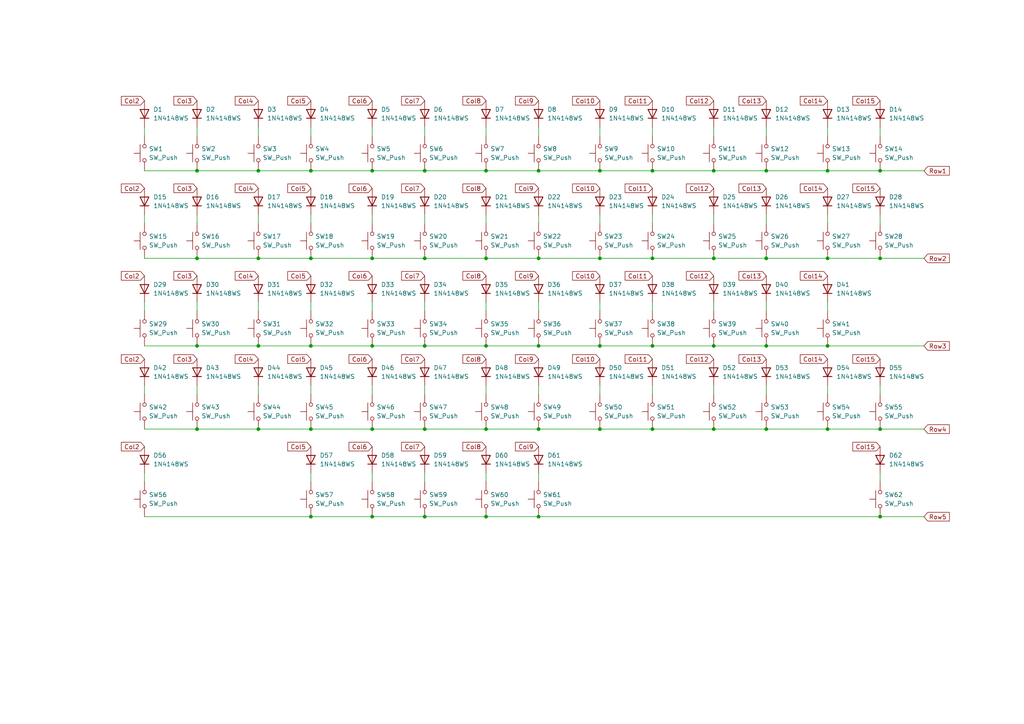
<source format=kicad_sch>
(kicad_sch (version 20250114) (generator "eeschema") (generator_version "9.0")
  (paper "A4")
  (junction (at 222.25 124.46))
  (junction (at 90.17 149.86))
  (junction (at 74.93 100.33))
  (junction (at 156.21 100.33))
  (junction (at 207.01 124.46))
  (junction (at 156.21 49.53))
  (junction (at 107.95 100.33))
  (junction (at 140.97 74.93))
  (junction (at 207.01 100.33))
  (junction (at 107.95 49.53))
  (junction (at 90.17 100.33))
  (junction (at 189.23 49.53))
  (junction (at 57.15 74.93))
  (junction (at 140.97 49.53))
  (junction (at 107.95 124.46))
  (junction (at 90.17 49.53))
  (junction (at 222.25 100.33))
  (junction (at 140.97 124.46))
  (junction (at 173.99 74.93))
  (junction (at 123.19 149.86))
  (junction (at 207.01 49.53))
  (junction (at 189.23 124.46))
  (junction (at 107.95 74.93))
  (junction (at 156.21 74.93))
  (junction (at 255.27 149.86))
  (junction (at 240.03 100.33))
  (junction (at 90.17 124.46))
  (junction (at 74.93 124.46))
  (junction (at 255.27 124.46))
  (junction (at 140.97 149.86))
  (junction (at 57.15 100.33))
  (junction (at 74.93 49.53))
  (junction (at 189.23 100.33))
  (junction (at 207.01 74.93))
  (junction (at 189.23 74.93))
  (junction (at 222.25 49.53))
  (junction (at 123.19 74.93))
  (junction (at 240.03 124.46))
  (junction (at 222.25 74.93))
  (junction (at 74.93 74.93))
  (junction (at 173.99 124.46))
  (junction (at 255.27 49.53))
  (junction (at 90.17 74.93))
  (junction (at 123.19 124.46))
  (junction (at 240.03 49.53))
  (junction (at 255.27 74.93))
  (junction (at 156.21 149.86))
  (junction (at 57.15 124.46))
  (junction (at 173.99 100.33))
  (junction (at 123.19 100.33))
  (junction (at 107.95 149.86))
  (junction (at 140.97 100.33))
  (junction (at 173.99 49.53))
  (junction (at 123.19 49.53))
  (junction (at 57.15 49.53))
  (junction (at 156.21 124.46))
  (junction (at 240.03 74.93))
  (wire (pts (xy 74.93 100.33) (xy 90.17 100.33)))
  (wire (pts (xy 189.23 39.37) (xy 189.23 36.83)))
  (wire (pts (xy 240.03 74.93) (xy 255.27 74.93)))
  (wire (pts (xy 123.19 64.77) (xy 123.19 62.23)))
  (wire (pts (xy 123.19 139.7) (xy 123.19 137.16)))
  (wire (pts (xy 156.21 39.37) (xy 156.21 36.83)))
  (wire (pts (xy 222.25 49.53) (xy 240.03 49.53)))
  (wire (pts (xy 107.95 149.86) (xy 123.19 149.86)))
  (wire (pts (xy 189.23 124.46) (xy 207.01 124.46)))
  (wire (pts (xy 57.15 49.53) (xy 74.93 49.53)))
  (wire (pts (xy 74.93 114.3) (xy 74.93 111.76)))
  (wire (pts (xy 173.99 124.46) (xy 189.23 124.46)))
  (wire (pts (xy 173.99 49.53) (xy 189.23 49.53)))
  (wire (pts (xy 140.97 139.7) (xy 140.97 137.16)))
  (wire (pts (xy 156.21 124.46) (xy 173.99 124.46)))
  (wire (pts (xy 57.15 74.93) (xy 74.93 74.93)))
  (wire (pts (xy 189.23 64.77) (xy 189.23 62.23)))
  (wire (pts (xy 189.23 90.17) (xy 189.23 87.63)))
  (wire (pts (xy 123.19 49.53) (xy 140.97 49.53)))
  (wire (pts (xy 123.19 100.33) (xy 140.97 100.33)))
  (wire (pts (xy 207.01 49.53) (xy 222.25 49.53)))
  (wire (pts (xy 140.97 149.86) (xy 156.21 149.86)))
  (wire (pts (xy 74.93 64.77) (xy 74.93 62.23)))
  (wire (pts (xy 90.17 49.53) (xy 107.95 49.53)))
  (wire (pts (xy 57.15 64.77) (xy 57.15 62.23)))
  (wire (pts (xy 107.95 74.93) (xy 123.19 74.93)))
  (wire (pts (xy 107.95 64.77) (xy 107.95 62.23)))
  (wire (pts (xy 74.93 90.17) (xy 74.93 87.63)))
  (wire (pts (xy 123.19 90.17) (xy 123.19 87.63)))
  (wire (pts (xy 123.19 124.46) (xy 140.97 124.46)))
  (wire (pts (xy 74.93 124.46) (xy 90.17 124.46)))
  (wire (pts (xy 222.25 114.3) (xy 222.25 111.76)))
  (wire (pts (xy 240.03 114.3) (xy 240.03 111.76)))
  (wire (pts (xy 90.17 139.7) (xy 90.17 137.16)))
  (wire (pts (xy 90.17 124.46) (xy 107.95 124.46)))
  (wire (pts (xy 90.17 39.37) (xy 90.17 36.83)))
  (wire (pts (xy 74.93 74.93) (xy 90.17 74.93)))
  (wire (pts (xy 255.27 124.46) (xy 267.97 124.46)))
  (wire (pts (xy 156.21 100.33) (xy 173.99 100.33)))
  (wire (pts (xy 140.97 124.46) (xy 156.21 124.46)))
  (wire (pts (xy 90.17 114.3) (xy 90.17 111.76)))
  (wire (pts (xy 41.91 124.46) (xy 57.15 124.46)))
  (wire (pts (xy 255.27 74.93) (xy 267.97 74.93)))
  (wire (pts (xy 156.21 149.86) (xy 255.27 149.86)))
  (wire (pts (xy 255.27 149.86) (xy 267.97 149.86)))
  (wire (pts (xy 173.99 39.37) (xy 173.99 36.83)))
  (wire (pts (xy 240.03 39.37) (xy 240.03 36.83)))
  (wire (pts (xy 207.01 74.93) (xy 222.25 74.93)))
  (wire (pts (xy 41.91 64.77) (xy 41.91 62.23)))
  (wire (pts (xy 140.97 114.3) (xy 140.97 111.76)))
  (wire (pts (xy 90.17 149.86) (xy 107.95 149.86)))
  (wire (pts (xy 207.01 39.37) (xy 207.01 36.83)))
  (wire (pts (xy 240.03 100.33) (xy 267.97 100.33)))
  (wire (pts (xy 156.21 139.7) (xy 156.21 137.16)))
  (wire (pts (xy 90.17 74.93) (xy 107.95 74.93)))
  (wire (pts (xy 156.21 114.3) (xy 156.21 111.76)))
  (wire (pts (xy 222.25 100.33) (xy 240.03 100.33)))
  (wire (pts (xy 57.15 114.3) (xy 57.15 111.76)))
  (wire (pts (xy 173.99 90.17) (xy 173.99 87.63)))
  (wire (pts (xy 222.25 64.77) (xy 222.25 62.23)))
  (wire (pts (xy 207.01 90.17) (xy 207.01 87.63)))
  (wire (pts (xy 255.27 139.7) (xy 255.27 137.16)))
  (wire (pts (xy 222.25 74.93) (xy 240.03 74.93)))
  (wire (pts (xy 41.91 74.93) (xy 57.15 74.93)))
  (wire (pts (xy 57.15 90.17) (xy 57.15 87.63)))
  (wire (pts (xy 90.17 90.17) (xy 90.17 87.63)))
  (wire (pts (xy 74.93 49.53) (xy 90.17 49.53)))
  (wire (pts (xy 41.91 149.86) (xy 90.17 149.86)))
  (wire (pts (xy 41.91 114.3) (xy 41.91 111.76)))
  (wire (pts (xy 90.17 64.77) (xy 90.17 62.23)))
  (wire (pts (xy 156.21 90.17) (xy 156.21 87.63)))
  (wire (pts (xy 173.99 64.77) (xy 173.99 62.23)))
  (wire (pts (xy 90.17 100.33) (xy 107.95 100.33)))
  (wire (pts (xy 222.25 90.17) (xy 222.25 87.63)))
  (wire (pts (xy 189.23 100.33) (xy 207.01 100.33)))
  (wire (pts (xy 107.95 114.3) (xy 107.95 111.76)))
  (wire (pts (xy 123.19 149.86) (xy 140.97 149.86)))
  (wire (pts (xy 189.23 74.93) (xy 207.01 74.93)))
  (wire (pts (xy 173.99 114.3) (xy 173.99 111.76)))
  (wire (pts (xy 107.95 124.46) (xy 123.19 124.46)))
  (wire (pts (xy 41.91 100.33) (xy 57.15 100.33)))
  (wire (pts (xy 41.91 139.7) (xy 41.91 137.16)))
  (wire (pts (xy 107.95 39.37) (xy 107.95 36.83)))
  (wire (pts (xy 207.01 114.3) (xy 207.01 111.76)))
  (wire (pts (xy 156.21 74.93) (xy 173.99 74.93)))
  (wire (pts (xy 240.03 124.46) (xy 255.27 124.46)))
  (wire (pts (xy 107.95 100.33) (xy 123.19 100.33)))
  (wire (pts (xy 240.03 49.53) (xy 255.27 49.53)))
  (wire (pts (xy 156.21 64.77) (xy 156.21 62.23)))
  (wire (pts (xy 255.27 39.37) (xy 255.27 36.83)))
  (wire (pts (xy 156.21 49.53) (xy 173.99 49.53)))
  (wire (pts (xy 57.15 39.37) (xy 57.15 36.83)))
  (wire (pts (xy 207.01 124.46) (xy 222.25 124.46)))
  (wire (pts (xy 123.19 39.37) (xy 123.19 36.83)))
  (wire (pts (xy 255.27 64.77) (xy 255.27 62.23)))
  (wire (pts (xy 207.01 100.33) (xy 222.25 100.33)))
  (wire (pts (xy 140.97 49.53) (xy 156.21 49.53)))
  (wire (pts (xy 222.25 39.37) (xy 222.25 36.83)))
  (wire (pts (xy 123.19 74.93) (xy 140.97 74.93)))
  (wire (pts (xy 123.19 114.3) (xy 123.19 111.76)))
  (wire (pts (xy 222.25 124.46) (xy 240.03 124.46)))
  (wire (pts (xy 173.99 100.33) (xy 189.23 100.33)))
  (wire (pts (xy 173.99 74.93) (xy 189.23 74.93)))
  (wire (pts (xy 41.91 90.17) (xy 41.91 87.63)))
  (wire (pts (xy 57.15 100.33) (xy 74.93 100.33)))
  (wire (pts (xy 140.97 74.93) (xy 156.21 74.93)))
  (wire (pts (xy 189.23 114.3) (xy 189.23 111.76)))
  (wire (pts (xy 57.15 124.46) (xy 74.93 124.46)))
  (wire (pts (xy 41.91 39.37) (xy 41.91 36.83)))
  (wire (pts (xy 107.95 139.7) (xy 107.95 137.16)))
  (wire (pts (xy 255.27 114.3) (xy 255.27 111.76)))
  (wire (pts (xy 140.97 64.77) (xy 140.97 62.23)))
  (wire (pts (xy 140.97 39.37) (xy 140.97 36.83)))
  (wire (pts (xy 74.93 39.37) (xy 74.93 36.83)))
  (wire (pts (xy 240.03 64.77) (xy 240.03 62.23)))
  (wire (pts (xy 189.23 49.53) (xy 207.01 49.53)))
  (wire (pts (xy 140.97 90.17) (xy 140.97 87.63)))
  (wire (pts (xy 240.03 90.17) (xy 240.03 87.63)))
  (wire (pts (xy 255.27 49.53) (xy 267.97 49.53)))
  (wire (pts (xy 140.97 100.33) (xy 156.21 100.33)))
  (wire (pts (xy 107.95 49.53) (xy 123.19 49.53)))
  (wire (pts (xy 107.95 90.17) (xy 107.95 87.63)))
  (wire (pts (xy 207.01 64.77) (xy 207.01 62.23)))
  (wire (pts (xy 41.91 49.53) (xy 57.15 49.53)))
  (global_label "Col10" (shape input) (at 173.99 80.01 180) (property "Intersheetrefs" "${INTERSHEET_REFS}" (effects (hide yes))))
  (global_label "Col9" (shape input) (at 156.21 54.61 180) (property "Intersheetrefs" "${INTERSHEET_REFS}" (effects (hide yes))))
  (global_label "Col9" (shape input) (at 156.21 80.01 180) (property "Intersheetrefs" "${INTERSHEET_REFS}" (effects (hide yes))))
  (global_label "Col9" (shape input) (at 156.21 129.54 180) (property "Intersheetrefs" "${INTERSHEET_REFS}" (effects (hide yes))))
  (global_label "Col13" (shape input) (at 222.25 54.61 180) (property "Intersheetrefs" "${INTERSHEET_REFS}" (effects (hide yes))))
  (global_label "Col7" (shape input) (at 123.19 80.01 180) (property "Intersheetrefs" "${INTERSHEET_REFS}" (effects (hide yes))))
  (global_label "Col15" (shape input) (at 255.27 29.21 180) (property "Intersheetrefs" "${INTERSHEET_REFS}" (effects (hide yes))))
  (global_label "Col2" (shape input) (at 41.91 54.61 180) (property "Intersheetrefs" "${INTERSHEET_REFS}" (effects (hide yes))))
  (global_label "Col9" (shape input) (at 156.21 29.21 180) (property "Intersheetrefs" "${INTERSHEET_REFS}" (effects (hide yes))))
  (global_label "Col7" (shape input) (at 123.19 104.14 180) (property "Intersheetrefs" "${INTERSHEET_REFS}" (effects (hide yes))))
  (global_label "Row2" (shape input) (at 267.97 74.93 0) (property "Intersheetrefs" "${INTERSHEET_REFS}" (effects (hide yes))))
  (global_label "Col5" (shape input) (at 90.17 129.54 180) (property "Intersheetrefs" "${INTERSHEET_REFS}" (effects (hide yes))))
  (global_label "Col8" (shape input) (at 140.97 54.61 180) (property "Intersheetrefs" "${INTERSHEET_REFS}" (effects (hide yes))))
  (global_label "Col2" (shape input) (at 41.91 29.21 180) (property "Intersheetrefs" "${INTERSHEET_REFS}" (effects (hide yes))))
  (global_label "Col6" (shape input) (at 107.95 129.54 180) (property "Intersheetrefs" "${INTERSHEET_REFS}" (effects (hide yes))))
  (global_label "Col11" (shape input) (at 189.23 29.21 180) (property "Intersheetrefs" "${INTERSHEET_REFS}" (effects (hide yes))))
  (global_label "Row1" (shape input) (at 267.97 49.53 0) (property "Intersheetrefs" "${INTERSHEET_REFS}" (effects (hide yes))))
  (global_label "Col11" (shape input) (at 189.23 54.61 180) (property "Intersheetrefs" "${INTERSHEET_REFS}" (effects (hide yes))))
  (global_label "Col15" (shape input) (at 255.27 129.54 180) (property "Intersheetrefs" "${INTERSHEET_REFS}" (effects (hide yes))))
  (global_label "Col12" (shape input) (at 207.01 80.01 180) (property "Intersheetrefs" "${INTERSHEET_REFS}" (effects (hide yes))))
  (global_label "Col11" (shape input) (at 189.23 80.01 180) (property "Intersheetrefs" "${INTERSHEET_REFS}" (effects (hide yes))))
  (global_label "Col5" (shape input) (at 90.17 54.61 180) (property "Intersheetrefs" "${INTERSHEET_REFS}" (effects (hide yes))))
  (global_label "Col15" (shape input) (at 255.27 54.61 180) (property "Intersheetrefs" "${INTERSHEET_REFS}" (effects (hide yes))))
  (global_label "Col5" (shape input) (at 90.17 80.01 180) (property "Intersheetrefs" "${INTERSHEET_REFS}" (effects (hide yes))))
  (global_label "Row4" (shape input) (at 267.97 124.46 0) (property "Intersheetrefs" "${INTERSHEET_REFS}" (effects (hide yes))))
  (global_label "Col14" (shape input) (at 240.03 29.21 180) (property "Intersheetrefs" "${INTERSHEET_REFS}" (effects (hide yes))))
  (global_label "Col14" (shape input) (at 240.03 54.61 180) (property "Intersheetrefs" "${INTERSHEET_REFS}" (effects (hide yes))))
  (global_label "Col3" (shape input) (at 57.15 80.01 180) (property "Intersheetrefs" "${INTERSHEET_REFS}" (effects (hide yes))))
  (global_label "Col4" (shape input) (at 74.93 80.01 180) (property "Intersheetrefs" "${INTERSHEET_REFS}" (effects (hide yes))))
  (global_label "Col2" (shape input) (at 41.91 129.54 180) (property "Intersheetrefs" "${INTERSHEET_REFS}" (effects (hide yes))))
  (global_label "Col3" (shape input) (at 57.15 104.14 180) (property "Intersheetrefs" "${INTERSHEET_REFS}" (effects (hide yes))))
  (global_label "Col5" (shape input) (at 90.17 104.14 180) (property "Intersheetrefs" "${INTERSHEET_REFS}" (effects (hide yes))))
  (global_label "Col6" (shape input) (at 107.95 29.21 180) (property "Intersheetrefs" "${INTERSHEET_REFS}" (effects (hide yes))))
  (global_label "Col4" (shape input) (at 74.93 54.61 180) (property "Intersheetrefs" "${INTERSHEET_REFS}" (effects (hide yes))))
  (global_label "Col2" (shape input) (at 41.91 80.01 180) (property "Intersheetrefs" "${INTERSHEET_REFS}" (effects (hide yes))))
  (global_label "Col12" (shape input) (at 207.01 54.61 180) (property "Intersheetrefs" "${INTERSHEET_REFS}" (effects (hide yes))))
  (global_label "Col5" (shape input) (at 90.17 29.21 180) (property "Intersheetrefs" "${INTERSHEET_REFS}" (effects (hide yes))))
  (global_label "Col6" (shape input) (at 107.95 54.61 180) (property "Intersheetrefs" "${INTERSHEET_REFS}" (effects (hide yes))))
  (global_label "Col6" (shape input) (at 107.95 80.01 180) (property "Intersheetrefs" "${INTERSHEET_REFS}" (effects (hide yes))))
  (global_label "Col4" (shape input) (at 74.93 29.21 180) (property "Intersheetrefs" "${INTERSHEET_REFS}" (effects (hide yes))))
  (global_label "Col8" (shape input) (at 140.97 104.14 180) (property "Intersheetrefs" "${INTERSHEET_REFS}" (effects (hide yes))))
  (global_label "Col7" (shape input) (at 123.19 54.61 180) (property "Intersheetrefs" "${INTERSHEET_REFS}" (effects (hide yes))))
  (global_label "Col10" (shape input) (at 173.99 104.14 180) (property "Intersheetrefs" "${INTERSHEET_REFS}" (effects (hide yes))))
  (global_label "Row3" (shape input) (at 267.97 100.33 0) (property "Intersheetrefs" "${INTERSHEET_REFS}" (effects (hide yes))))
  (global_label "Col7" (shape input) (at 123.19 29.21 180) (property "Intersheetrefs" "${INTERSHEET_REFS}" (effects (hide yes))))
  (global_label "Col10" (shape input) (at 173.99 54.61 180) (property "Intersheetrefs" "${INTERSHEET_REFS}" (effects (hide yes))))
  (global_label "Col12" (shape input) (at 207.01 104.14 180) (property "Intersheetrefs" "${INTERSHEET_REFS}" (effects (hide yes))))
  (global_label "Col2" (shape input) (at 41.91 104.14 180) (property "Intersheetrefs" "${INTERSHEET_REFS}" (effects (hide yes))))
  (global_label "Col8" (shape input) (at 140.97 129.54 180) (property "Intersheetrefs" "${INTERSHEET_REFS}" (effects (hide yes))))
  (global_label "Col13" (shape input) (at 222.25 80.01 180) (property "Intersheetrefs" "${INTERSHEET_REFS}" (effects (hide yes))))
  (global_label "Col3" (shape input) (at 57.15 54.61 180) (property "Intersheetrefs" "${INTERSHEET_REFS}" (effects (hide yes))))
  (global_label "Col11" (shape input) (at 189.23 104.14 180) (property "Intersheetrefs" "${INTERSHEET_REFS}" (effects (hide yes))))
  (global_label "Col9" (shape input) (at 156.21 104.14 180) (property "Intersheetrefs" "${INTERSHEET_REFS}" (effects (hide yes))))
  (global_label "Col14" (shape input) (at 240.03 104.14 180) (property "Intersheetrefs" "${INTERSHEET_REFS}" (effects (hide yes))))
  (global_label "Col7" (shape input) (at 123.19 129.54 180) (property "Intersheetrefs" "${INTERSHEET_REFS}" (effects (hide yes))))
  (global_label "Col13" (shape input) (at 222.25 104.14 180) (property "Intersheetrefs" "${INTERSHEET_REFS}" (effects (hide yes))))
  (global_label "Col6" (shape input) (at 107.95 104.14 180) (property "Intersheetrefs" "${INTERSHEET_REFS}" (effects (hide yes))))
  (global_label "Col8" (shape input) (at 140.97 29.21 180) (property "Intersheetrefs" "${INTERSHEET_REFS}" (effects (hide yes))))
  (global_label "Row5" (shape input) (at 267.97 149.86 0) (property "Intersheetrefs" "${INTERSHEET_REFS}" (effects (hide yes))))
  (global_label "Col15" (shape input) (at 255.27 104.14 180) (property "Intersheetrefs" "${INTERSHEET_REFS}" (effects (hide yes))))
  (global_label "Col4" (shape input) (at 74.93 104.14 180) (property "Intersheetrefs" "${INTERSHEET_REFS}" (effects (hide yes))))
  (global_label "Col8" (shape input) (at 140.97 80.01 180) (property "Intersheetrefs" "${INTERSHEET_REFS}" (effects (hide yes))))
  (global_label "Col3" (shape input) (at 57.15 29.21 180) (property "Intersheetrefs" "${INTERSHEET_REFS}" (effects (hide yes))))
  (global_label "Col13" (shape input) (at 222.25 29.21 180) (property "Intersheetrefs" "${INTERSHEET_REFS}" (effects (hide yes))))
  (global_label "Col14" (shape input) (at 240.03 80.01 180) (property "Intersheetrefs" "${INTERSHEET_REFS}" (effects (hide yes))))
  (global_label "Col12" (shape input) (at 207.01 29.21 180) (property "Intersheetrefs" "${INTERSHEET_REFS}" (effects (hide yes))))
  (global_label "Col10" (shape input) (at 173.99 29.21 180) (property "Intersheetrefs" "${INTERSHEET_REFS}" (effects (hide yes))))
  (symbol (lib_id "Switch:SW_Push") (at 222.25 119.38 90) (unit 1)
    (property "Reference" "SW53" (at 223.52 118.1099 90) (effects (justify right)))
    (property "Value" "SW_Push" (at 223.52 120.6499 90) (effects (justify right)))
    (property "Footprint" "PCM_Switch_Keyboard_Hotswap_Kailh:SW_Hotswap_Kailh_MX_Plated_1.00u" (effects (hide yes)))
    (property "Description" "Push button switch, generic, two pins" (effects (hide yes)))
  )
  (symbol (lib_id "Switch:SW_Push") (at 189.23 69.85 90) (unit 1)
    (property "Reference" "SW24" (at 190.5 68.5799 90) (effects (justify right)))
    (property "Value" "SW_Push" (at 190.5 71.1199 90) (effects (justify right)))
    (property "Footprint" "PCM_Switch_Keyboard_Hotswap_Kailh:SW_Hotswap_Kailh_MX_Plated_1.50u" (effects (hide yes)))
    (property "Description" "Push button switch, generic, two pins" (effects (hide yes)))
  )
  (symbol (lib_id "Diode:1N4148WS") (at 207.01 33.02 90) (unit 1)
    (property "Reference" "D11" (at 209.55 31.7499 90) (effects (justify right)))
    (property "Value" "1N4148WS" (at 209.55 34.2899 90) (effects (justify right)))
    (property "Footprint" "Diode_SMD:D_SOD-323" (effects (hide yes)))
    (property "Datasheet" "https://www.vishay.com/docs/85751/1n4148ws.pdf" (effects (hide yes)))
    (property "Description" "75V 0.15A Fast switching Diode, SOD-323" (effects (hide yes)))
    (property "Sim.Device" "D" (effects (hide yes)))
    (property "Sim.Pins" "1=K 2=A" (effects (hide yes)))
  )
  (symbol (lib_id "Switch:SW_Push") (at 90.17 144.78 90) (unit 1)
    (property "Reference" "SW57" (at 91.44 143.5099 90) (effects (justify right)))
    (property "Value" "SW_Push" (at 91.44 146.0499 90) (effects (justify right)))
    (property "Footprint" "PCM_Switch_Keyboard_Hotswap_Kailh:SW_Hotswap_Kailh_MX_Plated_1.00u" (effects (hide yes)))
    (property "Description" "Push button switch, generic, two pins" (effects (hide yes)))
  )
  (symbol (lib_id "Diode:1N4148WS") (at 156.21 133.35 90) (unit 1)
    (property "Reference" "D61" (at 158.75 132.0799 90) (effects (justify right)))
    (property "Value" "1N4148WS" (at 158.75 134.6199 90) (effects (justify right)))
    (property "Footprint" "Diode_SMD:D_SOD-323" (effects (hide yes)))
    (property "Datasheet" "https://www.vishay.com/docs/85751/1n4148ws.pdf" (effects (hide yes)))
    (property "Description" "75V 0.15A Fast switching Diode, SOD-323" (effects (hide yes)))
    (property "Sim.Device" "D" (effects (hide yes)))
    (property "Sim.Pins" "1=K 2=A" (effects (hide yes)))
  )
  (symbol (lib_id "Diode:1N4148WS") (at 207.01 107.95 90) (unit 1)
    (property "Reference" "D52" (at 209.55 106.6799 90) (effects (justify right)))
    (property "Value" "1N4148WS" (at 209.55 109.2199 90) (effects (justify right)))
    (property "Footprint" "Diode_SMD:D_SOD-323" (effects (hide yes)))
    (property "Datasheet" "https://www.vishay.com/docs/85751/1n4148ws.pdf" (effects (hide yes)))
    (property "Description" "75V 0.15A Fast switching Diode, SOD-323" (effects (hide yes)))
    (property "Sim.Device" "D" (effects (hide yes)))
    (property "Sim.Pins" "1=K 2=A" (effects (hide yes)))
  )
  (symbol (lib_id "Switch:SW_Push") (at 240.03 95.25 90) (unit 1)
    (property "Reference" "SW41" (at 241.3 93.9799 90) (effects (justify right)))
    (property "Value" "SW_Push" (at 241.3 96.5199 90) (effects (justify right)))
    (property "Footprint" "PCM_Switch_Keyboard_Hotswap_Kailh:SW_Hotswap_Kailh_MX_Plated_1.00u" (effects (hide yes)))
    (property "Description" "Push button switch, generic, two pins" (effects (hide yes)))
  )
  (symbol (lib_id "Diode:1N4148WS") (at 156.21 83.82 90) (unit 1)
    (property "Reference" "D36" (at 158.75 82.5499 90) (effects (justify right)))
    (property "Value" "1N4148WS" (at 158.75 85.0899 90) (effects (justify right)))
    (property "Footprint" "Diode_SMD:D_SOD-323" (effects (hide yes)))
    (property "Datasheet" "https://www.vishay.com/docs/85751/1n4148ws.pdf" (effects (hide yes)))
    (property "Description" "75V 0.15A Fast switching Diode, SOD-323" (effects (hide yes)))
    (property "Sim.Device" "D" (effects (hide yes)))
    (property "Sim.Pins" "1=K 2=A" (effects (hide yes)))
  )
  (symbol (lib_id "Diode:1N4148WS") (at 240.03 107.95 90) (unit 1)
    (property "Reference" "D54" (at 242.57 106.6799 90) (effects (justify right)))
    (property "Value" "1N4148WS" (at 242.57 109.2199 90) (effects (justify right)))
    (property "Footprint" "Diode_SMD:D_SOD-323" (effects (hide yes)))
    (property "Datasheet" "https://www.vishay.com/docs/85751/1n4148ws.pdf" (effects (hide yes)))
    (property "Description" "75V 0.15A Fast switching Diode, SOD-323" (effects (hide yes)))
    (property "Sim.Device" "D" (effects (hide yes)))
    (property "Sim.Pins" "1=K 2=A" (effects (hide yes)))
  )
  (symbol (lib_id "Diode:1N4148WS") (at 189.23 33.02 90) (unit 1)
    (property "Reference" "D10" (at 191.77 31.7499 90) (effects (justify right)))
    (property "Value" "1N4148WS" (at 191.77 34.2899 90) (effects (justify right)))
    (property "Footprint" "Diode_SMD:D_SOD-323" (effects (hide yes)))
    (property "Datasheet" "https://www.vishay.com/docs/85751/1n4148ws.pdf" (effects (hide yes)))
    (property "Description" "75V 0.15A Fast switching Diode, SOD-323" (effects (hide yes)))
    (property "Sim.Device" "D" (effects (hide yes)))
    (property "Sim.Pins" "1=K 2=A" (effects (hide yes)))
  )
  (symbol (lib_id "Switch:SW_Push") (at 173.99 44.45 90) (unit 1)
    (property "Reference" "SW9" (at 175.26 43.1799 90) (effects (justify right)))
    (property "Value" "SW_Push" (at 175.26 45.7199 90) (effects (justify right)))
    (property "Footprint" "PCM_Switch_Keyboard_Hotswap_Kailh:SW_Hotswap_Kailh_MX_Plated_1.00u" (effects (hide yes)))
    (property "Description" "Push button switch, generic, two pins" (effects (hide yes)))
  )
  (symbol (lib_id "Diode:1N4148WS") (at 189.23 83.82 90) (unit 1)
    (property "Reference" "D38" (at 191.77 82.5499 90) (effects (justify right)))
    (property "Value" "1N4148WS" (at 191.77 85.0899 90) (effects (justify right)))
    (property "Footprint" "Diode_SMD:D_SOD-323" (effects (hide yes)))
    (property "Datasheet" "https://www.vishay.com/docs/85751/1n4148ws.pdf" (effects (hide yes)))
    (property "Description" "75V 0.15A Fast switching Diode, SOD-323" (effects (hide yes)))
    (property "Sim.Device" "D" (effects (hide yes)))
    (property "Sim.Pins" "1=K 2=A" (effects (hide yes)))
  )
  (symbol (lib_id "Switch:SW_Push") (at 240.03 44.45 90) (unit 1)
    (property "Reference" "SW13" (at 241.3 43.1799 90) (effects (justify right)))
    (property "Value" "SW_Push" (at 241.3 45.7199 90) (effects (justify right)))
    (property "Footprint" "PCM_Switch_Keyboard_Hotswap_Kailh:SW_Hotswap_Kailh_MX_Plated_1.75u" (effects (hide yes)))
    (property "Description" "Push button switch, generic, two pins" (effects (hide yes)))
  )
  (symbol (lib_id "Diode:1N4148WS") (at 240.03 33.02 90) (unit 1)
    (property "Reference" "D13" (at 242.57 31.7499 90) (effects (justify right)))
    (property "Value" "1N4148WS" (at 242.57 34.2899 90) (effects (justify right)))
    (property "Footprint" "Diode_SMD:D_SOD-323" (effects (hide yes)))
    (property "Datasheet" "https://www.vishay.com/docs/85751/1n4148ws.pdf" (effects (hide yes)))
    (property "Description" "75V 0.15A Fast switching Diode, SOD-323" (effects (hide yes)))
    (property "Sim.Device" "D" (effects (hide yes)))
    (property "Sim.Pins" "1=K 2=A" (effects (hide yes)))
  )
  (symbol (lib_id "Switch:SW_Push") (at 57.15 95.25 90) (unit 1)
    (property "Reference" "SW30" (at 58.42 93.9799 90) (effects (justify right)))
    (property "Value" "SW_Push" (at 58.42 96.5199 90) (effects (justify right)))
    (property "Footprint" "PCM_Switch_Keyboard_Hotswap_Kailh:SW_Hotswap_Kailh_MX_Plated_1.00u" (effects (hide yes)))
    (property "Description" "Push button switch, generic, two pins" (effects (hide yes)))
  )
  (symbol (lib_id "Diode:1N4148WS") (at 156.21 33.02 90) (unit 1)
    (property "Reference" "D8" (at 158.75 31.7499 90) (effects (justify right)))
    (property "Value" "1N4148WS" (at 158.75 34.2899 90) (effects (justify right)))
    (property "Footprint" "Diode_SMD:D_SOD-323" (effects (hide yes)))
    (property "Datasheet" "https://www.vishay.com/docs/85751/1n4148ws.pdf" (effects (hide yes)))
    (property "Description" "75V 0.15A Fast switching Diode, SOD-323" (effects (hide yes)))
    (property "Sim.Device" "D" (effects (hide yes)))
    (property "Sim.Pins" "1=K 2=A" (effects (hide yes)))
  )
  (symbol (lib_id "Diode:1N4148WS") (at 57.15 58.42 90) (unit 1)
    (property "Reference" "D16" (at 59.69 57.1499 90) (effects (justify right)))
    (property "Value" "1N4148WS" (at 59.69 59.6899 90) (effects (justify right)))
    (property "Footprint" "Diode_SMD:D_SOD-323" (effects (hide yes)))
    (property "Datasheet" "https://www.vishay.com/docs/85751/1n4148ws.pdf" (effects (hide yes)))
    (property "Description" "75V 0.15A Fast switching Diode, SOD-323" (effects (hide yes)))
    (property "Sim.Device" "D" (effects (hide yes)))
    (property "Sim.Pins" "1=K 2=A" (effects (hide yes)))
  )
  (symbol (lib_id "Diode:1N4148WS") (at 140.97 33.02 90) (unit 1)
    (property "Reference" "D7" (at 143.51 31.7499 90) (effects (justify right)))
    (property "Value" "1N4148WS" (at 143.51 34.2899 90) (effects (justify right)))
    (property "Footprint" "Diode_SMD:D_SOD-323" (effects (hide yes)))
    (property "Datasheet" "https://www.vishay.com/docs/85751/1n4148ws.pdf" (effects (hide yes)))
    (property "Description" "75V 0.15A Fast switching Diode, SOD-323" (effects (hide yes)))
    (property "Sim.Device" "D" (effects (hide yes)))
    (property "Sim.Pins" "1=K 2=A" (effects (hide yes)))
  )
  (symbol (lib_id "Switch:SW_Push") (at 107.95 144.78 90) (unit 1)
    (property "Reference" "SW58" (at 109.22 143.5099 90) (effects (justify right)))
    (property "Value" "SW_Push" (at 109.22 146.0499 90) (effects (justify right)))
    (property "Footprint" "PCM_Switch_Keyboard_Hotswap_Kailh:SW_Hotswap_Kailh_MX_Plated_1.00u" (effects (hide yes)))
    (property "Description" "Push button switch, generic, two pins" (effects (hide yes)))
  )
  (symbol (lib_id "Switch:SW_Push") (at 123.19 44.45 90) (unit 1)
    (property "Reference" "SW6" (at 124.46 43.1799 90) (effects (justify right)))
    (property "Value" "SW_Push" (at 124.46 45.7199 90) (effects (justify right)))
    (property "Footprint" "PCM_Switch_Keyboard_Hotswap_Kailh:SW_Hotswap_Kailh_MX_Plated_2.00u" (effects (hide yes)))
    (property "Description" "Push button switch, generic, two pins" (effects (hide yes)))
  )
  (symbol (lib_id "Diode:1N4148WS") (at 222.25 107.95 90) (unit 1)
    (property "Reference" "D53" (at 224.79 106.6799 90) (effects (justify right)))
    (property "Value" "1N4148WS" (at 224.79 109.2199 90) (effects (justify right)))
    (property "Footprint" "Diode_SMD:D_SOD-323" (effects (hide yes)))
    (property "Datasheet" "https://www.vishay.com/docs/85751/1n4148ws.pdf" (effects (hide yes)))
    (property "Description" "75V 0.15A Fast switching Diode, SOD-323" (effects (hide yes)))
    (property "Sim.Device" "D" (effects (hide yes)))
    (property "Sim.Pins" "1=K 2=A" (effects (hide yes)))
  )
  (symbol (lib_id "Diode:1N4148WS") (at 41.91 133.35 90) (unit 1)
    (property "Reference" "D56" (at 44.45 132.0799 90) (effects (justify right)))
    (property "Value" "1N4148WS" (at 44.45 134.6199 90) (effects (justify right)))
    (property "Footprint" "Diode_SMD:D_SOD-323" (effects (hide yes)))
    (property "Datasheet" "https://www.vishay.com/docs/85751/1n4148ws.pdf" (effects (hide yes)))
    (property "Description" "75V 0.15A Fast switching Diode, SOD-323" (effects (hide yes)))
    (property "Sim.Device" "D" (effects (hide yes)))
    (property "Sim.Pins" "1=K 2=A" (effects (hide yes)))
  )
  (symbol (lib_id "Diode:1N4148WS") (at 90.17 83.82 90) (unit 1)
    (property "Reference" "D32" (at 92.71 82.5499 90) (effects (justify right)))
    (property "Value" "1N4148WS" (at 92.71 85.0899 90) (effects (justify right)))
    (property "Footprint" "Diode_SMD:D_SOD-323" (effects (hide yes)))
    (property "Datasheet" "https://www.vishay.com/docs/85751/1n4148ws.pdf" (effects (hide yes)))
    (property "Description" "75V 0.15A Fast switching Diode, SOD-323" (effects (hide yes)))
    (property "Sim.Device" "D" (effects (hide yes)))
    (property "Sim.Pins" "1=K 2=A" (effects (hide yes)))
  )
  (symbol (lib_id "Switch:SW_Push") (at 74.93 119.38 90) (unit 1)
    (property "Reference" "SW44" (at 76.2 118.1099 90) (effects (justify right)))
    (property "Value" "SW_Push" (at 76.2 120.6499 90) (effects (justify right)))
    (property "Footprint" "PCM_Switch_Keyboard_Hotswap_Kailh:SW_Hotswap_Kailh_MX_Plated_1.50u" (effects (hide yes)))
    (property "Description" "Push button switch, generic, two pins" (effects (hide yes)))
  )
  (symbol (lib_id "Switch:SW_Push") (at 173.99 119.38 90) (unit 1)
    (property "Reference" "SW50" (at 175.26 118.1099 90) (effects (justify right)))
    (property "Value" "SW_Push" (at 175.26 120.6499 90) (effects (justify right)))
    (property "Footprint" "PCM_Switch_Keyboard_Hotswap_Kailh:SW_Hotswap_Kailh_MX_Plated_1.00u" (effects (hide yes)))
    (property "Description" "Push button switch, generic, two pins" (effects (hide yes)))
  )
  (symbol (lib_id "Diode:1N4148WS") (at 140.97 83.82 90) (unit 1)
    (property "Reference" "D35" (at 143.51 82.5499 90) (effects (justify right)))
    (property "Value" "1N4148WS" (at 143.51 85.0899 90) (effects (justify right)))
    (property "Footprint" "Diode_SMD:D_SOD-323" (effects (hide yes)))
    (property "Datasheet" "https://www.vishay.com/docs/85751/1n4148ws.pdf" (effects (hide yes)))
    (property "Description" "75V 0.15A Fast switching Diode, SOD-323" (effects (hide yes)))
    (property "Sim.Device" "D" (effects (hide yes)))
    (property "Sim.Pins" "1=K 2=A" (effects (hide yes)))
  )
  (symbol (lib_id "Diode:1N4148WS") (at 107.95 58.42 90) (unit 1)
    (property "Reference" "D19" (at 110.49 57.1499 90) (effects (justify right)))
    (property "Value" "1N4148WS" (at 110.49 59.6899 90) (effects (justify right)))
    (property "Footprint" "Diode_SMD:D_SOD-323" (effects (hide yes)))
    (property "Datasheet" "https://www.vishay.com/docs/85751/1n4148ws.pdf" (effects (hide yes)))
    (property "Description" "75V 0.15A Fast switching Diode, SOD-323" (effects (hide yes)))
    (property "Sim.Device" "D" (effects (hide yes)))
    (property "Sim.Pins" "1=K 2=A" (effects (hide yes)))
  )
  (symbol (lib_id "Diode:1N4148WS") (at 107.95 133.35 90) (unit 1)
    (property "Reference" "D58" (at 110.49 132.0799 90) (effects (justify right)))
    (property "Value" "1N4148WS" (at 110.49 134.6199 90) (effects (justify right)))
    (property "Footprint" "Diode_SMD:D_SOD-323" (effects (hide yes)))
    (property "Datasheet" "https://www.vishay.com/docs/85751/1n4148ws.pdf" (effects (hide yes)))
    (property "Description" "75V 0.15A Fast switching Diode, SOD-323" (effects (hide yes)))
    (property "Sim.Device" "D" (effects (hide yes)))
    (property "Sim.Pins" "1=K 2=A" (effects (hide yes)))
  )
  (symbol (lib_id "Switch:SW_Push") (at 90.17 69.85 90) (unit 1)
    (property "Reference" "SW18" (at 91.44 68.5799 90) (effects (justify right)))
    (property "Value" "SW_Push" (at 91.44 71.1199 90) (effects (justify right)))
    (property "Footprint" "PCM_Switch_Keyboard_Hotswap_Kailh:SW_Hotswap_Kailh_MX_Plated_2.25u" (effects (hide yes)))
    (property "Description" "Push button switch, generic, two pins" (effects (hide yes)))
  )
  (symbol (lib_id "Diode:1N4148WS") (at 173.99 107.95 90) (unit 1)
    (property "Reference" "D50" (at 176.53 106.6799 90) (effects (justify right)))
    (property "Value" "1N4148WS" (at 176.53 109.2199 90) (effects (justify right)))
    (property "Footprint" "Diode_SMD:D_SOD-323" (effects (hide yes)))
    (property "Datasheet" "https://www.vishay.com/docs/85751/1n4148ws.pdf" (effects (hide yes)))
    (property "Description" "75V 0.15A Fast switching Diode, SOD-323" (effects (hide yes)))
    (property "Sim.Device" "D" (effects (hide yes)))
    (property "Sim.Pins" "1=K 2=A" (effects (hide yes)))
  )
  (symbol (lib_id "Diode:1N4148WS") (at 74.93 107.95 90) (unit 1)
    (property "Reference" "D44" (at 77.47 106.6799 90) (effects (justify right)))
    (property "Value" "1N4148WS" (at 77.47 109.2199 90) (effects (justify right)))
    (property "Footprint" "Diode_SMD:D_SOD-323" (effects (hide yes)))
    (property "Datasheet" "https://www.vishay.com/docs/85751/1n4148ws.pdf" (effects (hide yes)))
    (property "Description" "75V 0.15A Fast switching Diode, SOD-323" (effects (hide yes)))
    (property "Sim.Device" "D" (effects (hide yes)))
    (property "Sim.Pins" "1=K 2=A" (effects (hide yes)))
  )
  (symbol (lib_id "Diode:1N4148WS") (at 41.91 58.42 90) (unit 1)
    (property "Reference" "D15" (at 44.45 57.1499 90) (effects (justify right)))
    (property "Value" "1N4148WS" (at 44.45 59.6899 90) (effects (justify right)))
    (property "Footprint" "Diode_SMD:D_SOD-323" (effects (hide yes)))
    (property "Datasheet" "https://www.vishay.com/docs/85751/1n4148ws.pdf" (effects (hide yes)))
    (property "Description" "75V 0.15A Fast switching Diode, SOD-323" (effects (hide yes)))
    (property "Sim.Device" "D" (effects (hide yes)))
    (property "Sim.Pins" "1=K 2=A" (effects (hide yes)))
  )
  (symbol (lib_id "Switch:SW_Push") (at 57.15 69.85 90) (unit 1)
    (property "Reference" "SW16" (at 58.42 68.5799 90) (effects (justify right)))
    (property "Value" "SW_Push" (at 58.42 71.1199 90) (effects (justify right)))
    (property "Footprint" "PCM_Switch_Keyboard_Hotswap_Kailh:SW_Hotswap_Kailh_MX_Plated_1.00u" (effects (hide yes)))
    (property "Description" "Push button switch, generic, two pins" (effects (hide yes)))
  )
  (symbol (lib_id "Diode:1N4148WS") (at 189.23 107.95 90) (unit 1)
    (property "Reference" "D51" (at 191.77 106.6799 90) (effects (justify right)))
    (property "Value" "1N4148WS" (at 191.77 109.2199 90) (effects (justify right)))
    (property "Footprint" "Diode_SMD:D_SOD-323" (effects (hide yes)))
    (property "Datasheet" "https://www.vishay.com/docs/85751/1n4148ws.pdf" (effects (hide yes)))
    (property "Description" "75V 0.15A Fast switching Diode, SOD-323" (effects (hide yes)))
    (property "Sim.Device" "D" (effects (hide yes)))
    (property "Sim.Pins" "1=K 2=A" (effects (hide yes)))
  )
  (symbol (lib_id "Switch:SW_Push") (at 156.21 44.45 90) (unit 1)
    (property "Reference" "SW8" (at 157.48 43.1799 90) (effects (justify right)))
    (property "Value" "SW_Push" (at 157.48 45.7199 90) (effects (justify right)))
    (property "Footprint" "PCM_Switch_Keyboard_Hotswap_Kailh:SW_Hotswap_Kailh_MX_Plated_1.50u" (effects (hide yes)))
    (property "Description" "Push button switch, generic, two pins" (effects (hide yes)))
  )
  (symbol (lib_id "Switch:SW_Push") (at 240.03 69.85 90) (unit 1)
    (property "Reference" "SW27" (at 241.3 68.5799 90) (effects (justify right)))
    (property "Value" "SW_Push" (at 241.3 71.1199 90) (effects (justify right)))
    (property "Footprint" "PCM_Switch_Keyboard_Hotswap_Kailh:SW_Hotswap_Kailh_MX_Plated_1.00u" (effects (hide yes)))
    (property "Description" "Push button switch, generic, two pins" (effects (hide yes)))
  )
  (symbol (lib_id "Diode:1N4148WS") (at 57.15 33.02 90) (unit 1)
    (property "Reference" "D2" (at 59.69 31.7499 90) (effects (justify right)))
    (property "Value" "1N4148WS" (at 59.69 34.2899 90) (effects (justify right)))
    (property "Footprint" "Diode_SMD:D_SOD-323" (effects (hide yes)))
    (property "Datasheet" "https://www.vishay.com/docs/85751/1n4148ws.pdf" (effects (hide yes)))
    (property "Description" "75V 0.15A Fast switching Diode, SOD-323" (effects (hide yes)))
    (property "Sim.Device" "D" (effects (hide yes)))
    (property "Sim.Pins" "1=K 2=A" (effects (hide yes)))
  )
  (symbol (lib_id "Diode:1N4148WS") (at 74.93 58.42 90) (unit 1)
    (property "Reference" "D17" (at 77.47 57.1499 90) (effects (justify right)))
    (property "Value" "1N4148WS" (at 77.47 59.6899 90) (effects (justify right)))
    (property "Footprint" "Diode_SMD:D_SOD-323" (effects (hide yes)))
    (property "Datasheet" "https://www.vishay.com/docs/85751/1n4148ws.pdf" (effects (hide yes)))
    (property "Description" "75V 0.15A Fast switching Diode, SOD-323" (effects (hide yes)))
    (property "Sim.Device" "D" (effects (hide yes)))
    (property "Sim.Pins" "1=K 2=A" (effects (hide yes)))
  )
  (symbol (lib_id "Diode:1N4148WS") (at 123.19 83.82 90) (unit 1)
    (property "Reference" "D34" (at 125.73 82.5499 90) (effects (justify right)))
    (property "Value" "1N4148WS" (at 125.73 85.0899 90) (effects (justify right)))
    (property "Footprint" "Diode_SMD:D_SOD-323" (effects (hide yes)))
    (property "Datasheet" "https://www.vishay.com/docs/85751/1n4148ws.pdf" (effects (hide yes)))
    (property "Description" "75V 0.15A Fast switching Diode, SOD-323" (effects (hide yes)))
    (property "Sim.Device" "D" (effects (hide yes)))
    (property "Sim.Pins" "1=K 2=A" (effects (hide yes)))
  )
  (symbol (lib_id "Switch:SW_Push") (at 207.01 119.38 90) (unit 1)
    (property "Reference" "SW52" (at 208.28 118.1099 90) (effects (justify right)))
    (property "Value" "SW_Push" (at 208.28 120.6499 90) (effects (justify right)))
    (property "Footprint" "PCM_Switch_Keyboard_Hotswap_Kailh:SW_Hotswap_Kailh_MX_Plated_1.00u" (effects (hide yes)))
    (property "Description" "Push button switch, generic, two pins" (effects (hide yes)))
  )
  (symbol (lib_id "Switch:SW_Push") (at 41.91 119.38 90) (unit 1)
    (property "Reference" "SW42" (at 43.18 118.1099 90) (effects (justify right)))
    (property "Value" "SW_Push" (at 43.18 120.6499 90) (effects (justify right)))
    (property "Footprint" "PCM_Switch_Keyboard_Hotswap_Kailh:SW_Hotswap_Kailh_MX_Plated_2.00u" (effects (hide yes)))
    (property "Description" "Push button switch, generic, two pins" (effects (hide yes)))
  )
  (symbol (lib_id "Diode:1N4148WS") (at 222.25 33.02 90) (unit 1)
    (property "Reference" "D12" (at 224.79 31.7499 90) (effects (justify right)))
    (property "Value" "1N4148WS" (at 224.79 34.2899 90) (effects (justify right)))
    (property "Footprint" "Diode_SMD:D_SOD-323" (effects (hide yes)))
    (property "Datasheet" "https://www.vishay.com/docs/85751/1n4148ws.pdf" (effects (hide yes)))
    (property "Description" "75V 0.15A Fast switching Diode, SOD-323" (effects (hide yes)))
    (property "Sim.Device" "D" (effects (hide yes)))
    (property "Sim.Pins" "1=K 2=A" (effects (hide yes)))
  )
  (symbol (lib_id "Switch:SW_Push") (at 123.19 144.78 90) (unit 1)
    (property "Reference" "SW59" (at 124.46 143.5099 90) (effects (justify right)))
    (property "Value" "SW_Push" (at 124.46 146.0499 90) (effects (justify right)))
    (property "Footprint" "PCM_Switch_Keyboard_Hotswap_Kailh:SW_Hotswap_Kailh_MX_Plated_1.00u" (effects (hide yes)))
    (property "Description" "Push button switch, generic, two pins" (effects (hide yes)))
  )
  (symbol (lib_id "Diode:1N4148WS") (at 255.27 58.42 90) (unit 1)
    (property "Reference" "D28" (at 257.81 57.1499 90) (effects (justify right)))
    (property "Value" "1N4148WS" (at 257.81 59.6899 90) (effects (justify right)))
    (property "Footprint" "Diode_SMD:D_SOD-323" (effects (hide yes)))
    (property "Datasheet" "https://www.vishay.com/docs/85751/1n4148ws.pdf" (effects (hide yes)))
    (property "Description" "75V 0.15A Fast switching Diode, SOD-323" (effects (hide yes)))
    (property "Sim.Device" "D" (effects (hide yes)))
    (property "Sim.Pins" "1=K 2=A" (effects (hide yes)))
  )
  (symbol (lib_id "Switch:SW_Push") (at 74.93 44.45 90) (unit 1)
    (property "Reference" "SW3" (at 76.2 43.1799 90) (effects (justify right)))
    (property "Value" "SW_Push" (at 76.2 45.7199 90) (effects (justify right)))
    (property "Footprint" "PCM_Switch_Keyboard_Hotswap_Kailh:SW_Hotswap_Kailh_MX_Plated_1.00u" (effects (hide yes)))
    (property "Description" "Push button switch, generic, two pins" (effects (hide yes)))
  )
  (symbol (lib_id "Switch:SW_Push") (at 255.27 144.78 90) (unit 1)
    (property "Reference" "SW62" (at 256.54 143.5099 90) (effects (justify right)))
    (property "Value" "SW_Push" (at 256.54 146.0499 90) (effects (justify right)))
    (property "Footprint" "PCM_Switch_Keyboard_Hotswap_Kailh:SW_Hotswap_Kailh_MX_Plated_1.50u" (effects (hide yes)))
    (property "Description" "Push button switch, generic, two pins" (effects (hide yes)))
  )
  (symbol (lib_id "Switch:SW_Push") (at 41.91 95.25 90) (unit 1)
    (property "Reference" "SW29" (at 43.18 93.9799 90) (effects (justify right)))
    (property "Value" "SW_Push" (at 43.18 96.5199 90) (effects (justify right)))
    (property "Footprint" "PCM_Switch_Keyboard_Hotswap_Kailh:SW_Hotswap_Kailh_MX_Plated_1.00u" (effects (hide yes)))
    (property "Description" "Push button switch, generic, two pins" (effects (hide yes)))
  )
  (symbol (lib_id "Switch:SW_Push") (at 41.91 69.85 90) (unit 1)
    (property "Reference" "SW15" (at 43.18 68.5799 90) (effects (justify right)))
    (property "Value" "SW_Push" (at 43.18 71.1199 90) (effects (justify right)))
    (property "Footprint" "PCM_Switch_Keyboard_Hotswap_Kailh:SW_Hotswap_Kailh_MX_Plated_1.00u" (effects (hide yes)))
    (property "Description" "Push button switch, generic, two pins" (effects (hide yes)))
  )
  (symbol (lib_id "Diode:1N4148WS") (at 255.27 33.02 90) (unit 1)
    (property "Reference" "D14" (at 257.81 31.7499 90) (effects (justify right)))
    (property "Value" "1N4148WS" (at 257.81 34.2899 90) (effects (justify right)))
    (property "Footprint" "Diode_SMD:D_SOD-323" (effects (hide yes)))
    (property "Datasheet" "https://www.vishay.com/docs/85751/1n4148ws.pdf" (effects (hide yes)))
    (property "Description" "75V 0.15A Fast switching Diode, SOD-323" (effects (hide yes)))
    (property "Sim.Device" "D" (effects (hide yes)))
    (property "Sim.Pins" "1=K 2=A" (effects (hide yes)))
  )
  (symbol (lib_id "Diode:1N4148WS") (at 173.99 83.82 90) (unit 1)
    (property "Reference" "D37" (at 176.53 82.5499 90) (effects (justify right)))
    (property "Value" "1N4148WS" (at 176.53 85.0899 90) (effects (justify right)))
    (property "Footprint" "Diode_SMD:D_SOD-323" (effects (hide yes)))
    (property "Datasheet" "https://www.vishay.com/docs/85751/1n4148ws.pdf" (effects (hide yes)))
    (property "Description" "75V 0.15A Fast switching Diode, SOD-323" (effects (hide yes)))
    (property "Sim.Device" "D" (effects (hide yes)))
    (property "Sim.Pins" "1=K 2=A" (effects (hide yes)))
  )
  (symbol (lib_id "Switch:SW_Push") (at 222.25 44.45 90) (unit 1)
    (property "Reference" "SW12" (at 223.52 43.1799 90) (effects (justify right)))
    (property "Value" "SW_Push" (at 223.52 45.7199 90) (effects (justify right)))
    (property "Footprint" "PCM_Switch_Keyboard_Hotswap_Kailh:SW_Hotswap_Kailh_MX_Plated_1.50u" (effects (hide yes)))
    (property "Description" "Push button switch, generic, two pins" (effects (hide yes)))
  )
  (symbol (lib_id "Diode:1N4148WS") (at 123.19 133.35 90) (unit 1)
    (property "Reference" "D59" (at 125.73 132.0799 90) (effects (justify right)))
    (property "Value" "1N4148WS" (at 125.73 134.6199 90) (effects (justify right)))
    (property "Footprint" "Diode_SMD:D_SOD-323" (effects (hide yes)))
    (property "Datasheet" "https://www.vishay.com/docs/85751/1n4148ws.pdf" (effects (hide yes)))
    (property "Description" "75V 0.15A Fast switching Diode, SOD-323" (effects (hide yes)))
    (property "Sim.Device" "D" (effects (hide yes)))
    (property "Sim.Pins" "1=K 2=A" (effects (hide yes)))
  )
  (symbol (lib_id "Switch:SW_Push") (at 140.97 69.85 90) (unit 1)
    (property "Reference" "SW21" (at 142.24 68.5799 90) (effects (justify right)))
    (property "Value" "SW_Push" (at 142.24 71.1199 90) (effects (justify right)))
    (property "Footprint" "PCM_Switch_Keyboard_Hotswap_Kailh:SW_Hotswap_Kailh_MX_Plated_1.00u" (effects (hide yes)))
    (property "Description" "Push button switch, generic, two pins" (effects (hide yes)))
  )
  (symbol (lib_id "Diode:1N4148WS") (at 90.17 33.02 90) (unit 1)
    (property "Reference" "D4" (at 92.71 31.7499 90) (effects (justify right)))
    (property "Value" "1N4148WS" (at 92.71 34.2899 90) (effects (justify right)))
    (property "Footprint" "Diode_SMD:D_SOD-323" (effects (hide yes)))
    (property "Datasheet" "https://www.vishay.com/docs/85751/1n4148ws.pdf" (effects (hide yes)))
    (property "Description" "75V 0.15A Fast switching Diode, SOD-323" (effects (hide yes)))
    (property "Sim.Device" "D" (effects (hide yes)))
    (property "Sim.Pins" "1=K 2=A" (effects (hide yes)))
  )
  (symbol (lib_id "Switch:SW_Push") (at 123.19 95.25 90) (unit 1)
    (property "Reference" "SW34" (at 124.46 93.9799 90) (effects (justify right)))
    (property "Value" "SW_Push" (at 124.46 96.5199 90) (effects (justify right)))
    (property "Footprint" "PCM_Switch_Keyboard_Hotswap_Kailh:SW_Hotswap_Kailh_MX_Plated_1.00u" (effects (hide yes)))
    (property "Description" "Push button switch, generic, two pins" (effects (hide yes)))
  )
  (symbol (lib_id "Diode:1N4148WS") (at 57.15 107.95 90) (unit 1)
    (property "Reference" "D43" (at 59.69 106.6799 90) (effects (justify right)))
    (property "Value" "1N4148WS" (at 59.69 109.2199 90) (effects (justify right)))
    (property "Footprint" "Diode_SMD:D_SOD-323" (effects (hide yes)))
    (property "Datasheet" "https://www.vishay.com/docs/85751/1n4148ws.pdf" (effects (hide yes)))
    (property "Description" "75V 0.15A Fast switching Diode, SOD-323" (effects (hide yes)))
    (property "Sim.Device" "D" (effects (hide yes)))
    (property "Sim.Pins" "1=K 2=A" (effects (hide yes)))
  )
  (symbol (lib_id "Switch:SW_Push") (at 74.93 95.25 90) (unit 1)
    (property "Reference" "SW31" (at 76.2 93.9799 90) (effects (justify right)))
    (property "Value" "SW_Push" (at 76.2 96.5199 90) (effects (justify right)))
    (property "Footprint" "PCM_Switch_Keyboard_Hotswap_Kailh:SW_Hotswap_Kailh_MX_Plated_1.00u" (effects (hide yes)))
    (property "Description" "Push button switch, generic, two pins" (effects (hide yes)))
  )
  (symbol (lib_id "Switch:SW_Push") (at 207.01 44.45 90) (unit 1)
    (property "Reference" "SW11" (at 208.28 43.1799 90) (effects (justify right)))
    (property "Value" "SW_Push" (at 208.28 45.7199 90) (effects (justify right)))
    (property "Footprint" "PCM_Switch_Keyboard_Hotswap_Kailh:SW_Hotswap_Kailh_MX_Plated_1.00u" (effects (hide yes)))
    (property "Description" "Push button switch, generic, two pins" (effects (hide yes)))
  )
  (symbol (lib_id "Switch:SW_Push") (at 189.23 44.45 90) (unit 1)
    (property "Reference" "SW10" (at 190.5 43.1799 90) (effects (justify right)))
    (property "Value" "SW_Push" (at 190.5 45.7199 90) (effects (justify right)))
    (property "Footprint" "PCM_Switch_Keyboard_Hotswap_Kailh:SW_Hotswap_Kailh_MX_Plated_1.00u" (effects (hide yes)))
    (property "Description" "Push button switch, generic, two pins" (effects (hide yes)))
  )
  (symbol (lib_id "Switch:SW_Push") (at 107.95 95.25 90) (unit 1)
    (property "Reference" "SW33" (at 109.22 93.9799 90) (effects (justify right)))
    (property "Value" "SW_Push" (at 109.22 96.5199 90) (effects (justify right)))
    (property "Footprint" "PCM_Switch_Keyboard_Hotswap_Kailh:SW_Hotswap_Kailh_MX_Plated_1.00u" (effects (hide yes)))
    (property "Description" "Push button switch, generic, two pins" (effects (hide yes)))
  )
  (symbol (lib_id "Diode:1N4148WS") (at 123.19 58.42 90) (unit 1)
    (property "Reference" "D20" (at 125.73 57.1499 90) (effects (justify right)))
    (property "Value" "1N4148WS" (at 125.73 59.6899 90) (effects (justify right)))
    (property "Footprint" "Diode_SMD:D_SOD-323" (effects (hide yes)))
    (property "Datasheet" "https://www.vishay.com/docs/85751/1n4148ws.pdf" (effects (hide yes)))
    (property "Description" "75V 0.15A Fast switching Diode, SOD-323" (effects (hide yes)))
    (property "Sim.Device" "D" (effects (hide yes)))
    (property "Sim.Pins" "1=K 2=A" (effects (hide yes)))
  )
  (symbol (lib_id "Diode:1N4148WS") (at 173.99 58.42 90) (unit 1)
    (property "Reference" "D23" (at 176.53 57.1499 90) (effects (justify right)))
    (property "Value" "1N4148WS" (at 176.53 59.6899 90) (effects (justify right)))
    (property "Footprint" "Diode_SMD:D_SOD-323" (effects (hide yes)))
    (property "Datasheet" "https://www.vishay.com/docs/85751/1n4148ws.pdf" (effects (hide yes)))
    (property "Description" "75V 0.15A Fast switching Diode, SOD-323" (effects (hide yes)))
    (property "Sim.Device" "D" (effects (hide yes)))
    (property "Sim.Pins" "1=K 2=A" (effects (hide yes)))
  )
  (symbol (lib_id "Diode:1N4148WS") (at 41.91 107.95 90) (unit 1)
    (property "Reference" "D42" (at 44.45 106.6799 90) (effects (justify right)))
    (property "Value" "1N4148WS" (at 44.45 109.2199 90) (effects (justify right)))
    (property "Footprint" "Diode_SMD:D_SOD-323" (effects (hide yes)))
    (property "Datasheet" "https://www.vishay.com/docs/85751/1n4148ws.pdf" (effects (hide yes)))
    (property "Description" "75V 0.15A Fast switching Diode, SOD-323" (effects (hide yes)))
    (property "Sim.Device" "D" (effects (hide yes)))
    (property "Sim.Pins" "1=K 2=A" (effects (hide yes)))
  )
  (symbol (lib_id "Switch:SW_Push") (at 222.25 69.85 90) (unit 1)
    (property "Reference" "SW26" (at 223.52 68.5799 90) (effects (justify right)))
    (property "Value" "SW_Push" (at 223.52 71.1199 90) (effects (justify right)))
    (property "Footprint" "PCM_Switch_Keyboard_Hotswap_Kailh:SW_Hotswap_Kailh_MX_Plated_1.00u" (effects (hide yes)))
    (property "Description" "Push button switch, generic, two pins" (effects (hide yes)))
  )
  (symbol (lib_id "Diode:1N4148WS") (at 255.27 107.95 90) (unit 1)
    (property "Reference" "D55" (at 257.81 106.6799 90) (effects (justify right)))
    (property "Value" "1N4148WS" (at 257.81 109.2199 90) (effects (justify right)))
    (property "Footprint" "Diode_SMD:D_SOD-323" (effects (hide yes)))
    (property "Datasheet" "https://www.vishay.com/docs/85751/1n4148ws.pdf" (effects (hide yes)))
    (property "Description" "75V 0.15A Fast switching Diode, SOD-323" (effects (hide yes)))
    (property "Sim.Device" "D" (effects (hide yes)))
    (property "Sim.Pins" "1=K 2=A" (effects (hide yes)))
  )
  (symbol (lib_id "Switch:SW_Push") (at 189.23 95.25 90) (unit 1)
    (property "Reference" "SW38" (at 190.5 93.9799 90) (effects (justify right)))
    (property "Value" "SW_Push" (at 190.5 96.5199 90) (effects (justify right)))
    (property "Footprint" "PCM_Switch_Keyboard_Hotswap_Kailh:SW_Hotswap_Kailh_MX_Plated_1.00u" (effects (hide yes)))
    (property "Description" "Push button switch, generic, two pins" (effects (hide yes)))
  )
  (symbol (lib_id "Diode:1N4148WS") (at 41.91 83.82 90) (unit 1)
    (property "Reference" "D29" (at 44.45 82.5499 90) (effects (justify right)))
    (property "Value" "1N4148WS" (at 44.45 85.0899 90) (effects (justify right)))
    (property "Footprint" "Diode_SMD:D_SOD-323" (effects (hide yes)))
    (property "Datasheet" "https://www.vishay.com/docs/85751/1n4148ws.pdf" (effects (hide yes)))
    (property "Description" "75V 0.15A Fast switching Diode, SOD-323" (effects (hide yes)))
    (property "Sim.Device" "D" (effects (hide yes)))
    (property "Sim.Pins" "1=K 2=A" (effects (hide yes)))
  )
  (symbol (lib_id "Switch:SW_Push") (at 41.91 44.45 90) (unit 1)
    (property "Reference" "SW1" (at 43.18 43.1799 90) (effects (justify right)))
    (property "Value" "SW_Push" (at 43.18 45.7199 90) (effects (justify right)))
    (property "Footprint" "PCM_Switch_Keyboard_Hotswap_Kailh:SW_Hotswap_Kailh_MX_Plated_1.00u" (effects (hide yes)))
    (property "Description" "Push button switch, generic, two pins" (effects (hide yes)))
  )
  (symbol (lib_id "Diode:1N4148WS") (at 41.91 33.02 90) (unit 1)
    (property "Reference" "D1" (at 44.45 31.7499 90) (effects (justify right)))
    (property "Value" "1N4148WS" (at 44.45 34.2899 90) (effects (justify right)))
    (property "Footprint" "Diode_SMD:D_SOD-323" (effects (hide yes)))
    (property "Datasheet" "https://www.vishay.com/docs/85751/1n4148ws.pdf" (effects (hide yes)))
    (property "Description" "75V 0.15A Fast switching Diode, SOD-323" (effects (hide yes)))
    (property "Sim.Device" "D" (effects (hide yes)))
    (property "Sim.Pins" "1=K 2=A" (effects (hide yes)))
  )
  (symbol (lib_id "Switch:SW_Push") (at 207.01 69.85 90) (unit 1)
    (property "Reference" "SW25" (at 208.28 68.5799 90) (effects (justify right)))
    (property "Value" "SW_Push" (at 208.28 71.1199 90) (effects (justify right)))
    (property "Footprint" "PCM_Switch_Keyboard_Hotswap_Kailh:SW_Hotswap_Kailh_MX_Plated_1.50u" (effects (hide yes)))
    (property "Description" "Push button switch, generic, two pins" (effects (hide yes)))
  )
  (symbol (lib_id "Switch:SW_Push") (at 140.97 144.78 90) (unit 1)
    (property "Reference" "SW60" (at 142.24 143.5099 90) (effects (justify right)))
    (property "Value" "SW_Push" (at 142.24 146.0499 90) (effects (justify right)))
    (property "Footprint" "PCM_Switch_Keyboard_Hotswap_Kailh:SW_Hotswap_Kailh_MX_Plated_1.00u" (effects (hide yes)))
    (property "Description" "Push button switch, generic, two pins" (effects (hide yes)))
  )
  (symbol (lib_id "Switch:SW_Push") (at 156.21 144.78 90) (unit 1)
    (property "Reference" "SW61" (at 157.48 143.5099 90) (effects (justify right)))
    (property "Value" "SW_Push" (at 157.48 146.0499 90) (effects (justify right)))
    (property "Footprint" "PCM_Switch_Keyboard_Hotswap_Kailh:SW_Hotswap_Kailh_MX_Plated_2.75u" (effects (hide yes)))
    (property "Description" "Push button switch, generic, two pins" (effects (hide yes)))
  )
  (symbol (lib_id "Switch:SW_Push") (at 255.27 44.45 90) (unit 1)
    (property "Reference" "SW14" (at 256.54 43.1799 90) (effects (justify right)))
    (property "Value" "SW_Push" (at 256.54 45.7199 90) (effects (justify right)))
    (property "Footprint" "PCM_Switch_Keyboard_Hotswap_Kailh:SW_Hotswap_Kailh_MX_Plated_1.00u" (effects (hide yes)))
    (property "Description" "Push button switch, generic, two pins" (effects (hide yes)))
  )
  (symbol (lib_id "Switch:SW_Push") (at 156.21 119.38 90) (unit 1)
    (property "Reference" "SW49" (at 157.48 118.1099 90) (effects (justify right)))
    (property "Value" "SW_Push" (at 157.48 120.6499 90) (effects (justify right)))
    (property "Footprint" "PCM_Switch_Keyboard_Hotswap_Kailh:SW_Hotswap_Kailh_MX_Plated_1.00u" (effects (hide yes)))
    (property "Description" "Push button switch, generic, two pins" (effects (hide yes)))
  )
  (symbol (lib_id "Diode:1N4148WS") (at 222.25 58.42 90) (unit 1)
    (property "Reference" "D26" (at 224.79 57.1499 90) (effects (justify right)))
    (property "Value" "1N4148WS" (at 224.79 59.6899 90) (effects (justify right)))
    (property "Footprint" "Diode_SMD:D_SOD-323" (effects (hide yes)))
    (property "Datasheet" "https://www.vishay.com/docs/85751/1n4148ws.pdf" (effects (hide yes)))
    (property "Description" "75V 0.15A Fast switching Diode, SOD-323" (effects (hide yes)))
    (property "Sim.Device" "D" (effects (hide yes)))
    (property "Sim.Pins" "1=K 2=A" (effects (hide yes)))
  )
  (symbol (lib_id "Diode:1N4148WS") (at 90.17 58.42 90) (unit 1)
    (property "Reference" "D18" (at 92.71 57.1499 90) (effects (justify right)))
    (property "Value" "1N4148WS" (at 92.71 59.6899 90) (effects (justify right)))
    (property "Footprint" "Diode_SMD:D_SOD-323" (effects (hide yes)))
    (property "Datasheet" "https://www.vishay.com/docs/85751/1n4148ws.pdf" (effects (hide yes)))
    (property "Description" "75V 0.15A Fast switching Diode, SOD-323" (effects (hide yes)))
    (property "Sim.Device" "D" (effects (hide yes)))
    (property "Sim.Pins" "1=K 2=A" (effects (hide yes)))
  )
  (symbol (lib_id "Switch:SW_Push") (at 255.27 69.85 90) (unit 1)
    (property "Reference" "SW28" (at 256.54 68.5799 90) (effects (justify right)))
    (property "Value" "SW_Push" (at 256.54 71.1199 90) (effects (justify right)))
    (property "Footprint" "PCM_Switch_Keyboard_Hotswap_Kailh:SW_Hotswap_Kailh_MX_Plated_1.00u" (effects (hide yes)))
    (property "Description" "Push button switch, generic, two pins" (effects (hide yes)))
  )
  (symbol (lib_id "Switch:SW_Push") (at 41.91 144.78 90) (unit 1)
    (property "Reference" "SW56" (at 43.18 143.5099 90) (effects (justify right)))
    (property "Value" "SW_Push" (at 43.18 146.0499 90) (effects (justify right)))
    (property "Footprint" "PCM_Switch_Keyboard_Hotswap_Kailh:SW_Hotswap_Kailh_MX_Plated_1.00u" (effects (hide yes)))
    (property "Description" "Push button switch, generic, two pins" (effects (hide yes)))
  )
  (symbol (lib_id "Diode:1N4148WS") (at 107.95 33.02 90) (unit 1)
    (property "Reference" "D5" (at 110.49 31.7499 90) (effects (justify right)))
    (property "Value" "1N4148WS" (at 110.49 34.2899 90) (effects (justify right)))
    (property "Footprint" "Diode_SMD:D_SOD-323" (effects (hide yes)))
    (property "Datasheet" "https://www.vishay.com/docs/85751/1n4148ws.pdf" (effects (hide yes)))
    (property "Description" "75V 0.15A Fast switching Diode, SOD-323" (effects (hide yes)))
    (property "Sim.Device" "D" (effects (hide yes)))
    (property "Sim.Pins" "1=K 2=A" (effects (hide yes)))
  )
  (symbol (lib_id "Diode:1N4148WS") (at 140.97 107.95 90) (unit 1)
    (property "Reference" "D48" (at 143.51 106.6799 90) (effects (justify right)))
    (property "Value" "1N4148WS" (at 143.51 109.2199 90) (effects (justify right)))
    (property "Footprint" "Diode_SMD:D_SOD-323" (effects (hide yes)))
    (property "Datasheet" "https://www.vishay.com/docs/85751/1n4148ws.pdf" (effects (hide yes)))
    (property "Description" "75V 0.15A Fast switching Diode, SOD-323" (effects (hide yes)))
    (property "Sim.Device" "D" (effects (hide yes)))
    (property "Sim.Pins" "1=K 2=A" (effects (hide yes)))
  )
  (symbol (lib_id "Diode:1N4148WS") (at 173.99 33.02 90) (unit 1)
    (property "Reference" "D9" (at 176.53 31.7499 90) (effects (justify right)))
    (property "Value" "1N4148WS" (at 176.53 34.2899 90) (effects (justify right)))
    (property "Footprint" "Diode_SMD:D_SOD-323" (effects (hide yes)))
    (property "Datasheet" "https://www.vishay.com/docs/85751/1n4148ws.pdf" (effects (hide yes)))
    (property "Description" "75V 0.15A Fast switching Diode, SOD-323" (effects (hide yes)))
    (property "Sim.Device" "D" (effects (hide yes)))
    (property "Sim.Pins" "1=K 2=A" (effects (hide yes)))
  )
  (symbol (lib_id "Diode:1N4148WS") (at 90.17 133.35 90) (unit 1)
    (property "Reference" "D57" (at 92.71 132.0799 90) (effects (justify right)))
    (property "Value" "1N4148WS" (at 92.71 134.6199 90) (effects (justify right)))
    (property "Footprint" "Diode_SMD:D_SOD-323" (effects (hide yes)))
    (property "Datasheet" "https://www.vishay.com/docs/85751/1n4148ws.pdf" (effects (hide yes)))
    (property "Description" "75V 0.15A Fast switching Diode, SOD-323" (effects (hide yes)))
    (property "Sim.Device" "D" (effects (hide yes)))
    (property "Sim.Pins" "1=K 2=A" (effects (hide yes)))
  )
  (symbol (lib_id "Diode:1N4148WS") (at 222.25 83.82 90) (unit 1)
    (property "Reference" "D40" (at 224.79 82.5499 90) (effects (justify right)))
    (property "Value" "1N4148WS" (at 224.79 85.0899 90) (effects (justify right)))
    (property "Footprint" "Diode_SMD:D_SOD-323" (effects (hide yes)))
    (property "Datasheet" "https://www.vishay.com/docs/85751/1n4148ws.pdf" (effects (hide yes)))
    (property "Description" "75V 0.15A Fast switching Diode, SOD-323" (effects (hide yes)))
    (property "Sim.Device" "D" (effects (hide yes)))
    (property "Sim.Pins" "1=K 2=A" (effects (hide yes)))
  )
  (symbol (lib_id "Switch:SW_Push") (at 240.03 119.38 90) (unit 1)
    (property "Reference" "SW54" (at 241.3 118.1099 90) (effects (justify right)))
    (property "Value" "SW_Push" (at 241.3 120.6499 90) (effects (justify right)))
    (property "Footprint" "PCM_Switch_Keyboard_Hotswap_Kailh:SW_Hotswap_Kailh_MX_Plated_1.00u" (effects (hide yes)))
    (property "Description" "Push button switch, generic, two pins" (effects (hide yes)))
  )
  (symbol (lib_id "Switch:SW_Push") (at 107.95 119.38 90) (unit 1)
    (property "Reference" "SW46" (at 109.22 118.1099 90) (effects (justify right)))
    (property "Value" "SW_Push" (at 109.22 120.6499 90) (effects (justify right)))
    (property "Footprint" "PCM_Switch_Keyboard_Hotswap_Kailh:SW_Hotswap_Kailh_MX_Plated_1.00u" (effects (hide yes)))
    (property "Description" "Push button switch, generic, two pins" (effects (hide yes)))
  )
  (symbol (lib_id "Switch:SW_Push") (at 123.19 69.85 90) (unit 1)
    (property "Reference" "SW20" (at 124.46 68.5799 90) (effects (justify right)))
    (property "Value" "SW_Push" (at 124.46 71.1199 90) (effects (justify right)))
    (property "Footprint" "PCM_Switch_Keyboard_Hotswap_Kailh:SW_Hotswap_Kailh_MX_Plated_1.00u" (effects (hide yes)))
    (property "Description" "Push button switch, generic, two pins" (effects (hide yes)))
  )
  (symbol (lib_id "Switch:SW_Push") (at 140.97 119.38 90) (unit 1)
    (property "Reference" "SW48" (at 142.24 118.1099 90) (effects (justify right)))
    (property "Value" "SW_Push" (at 142.24 120.6499 90) (effects (justify right)))
    (property "Footprint" "PCM_Switch_Keyboard_Hotswap_Kailh:SW_Hotswap_Kailh_MX_Plated_1.00u" (effects (hide yes)))
    (property "Description" "Push button switch, generic, two pins" (effects (hide yes)))
  )
  (symbol (lib_id "Switch:SW_Push") (at 189.23 119.38 90) (unit 1)
    (property "Reference" "SW51" (at 190.5 118.1099 90) (effects (justify right)))
    (property "Value" "SW_Push" (at 190.5 120.6499 90) (effects (justify right)))
    (property "Footprint" "PCM_Switch_Keyboard_Hotswap_Kailh:SW_Hotswap_Kailh_MX_Plated_1.00u" (effects (hide yes)))
    (property "Description" "Push button switch, generic, two pins" (effects (hide yes)))
  )
  (symbol (lib_id "Diode:1N4148WS") (at 240.03 83.82 90) (unit 1)
    (property "Reference" "D41" (at 242.57 82.5499 90) (effects (justify right)))
    (property "Value" "1N4148WS" (at 242.57 85.0899 90) (effects (justify right)))
    (property "Footprint" "Diode_SMD:D_SOD-323" (effects (hide yes)))
    (property "Datasheet" "https://www.vishay.com/docs/85751/1n4148ws.pdf" (effects (hide yes)))
    (property "Description" "75V 0.15A Fast switching Diode, SOD-323" (effects (hide yes)))
    (property "Sim.Device" "D" (effects (hide yes)))
    (property "Sim.Pins" "1=K 2=A" (effects (hide yes)))
  )
  (symbol (lib_id "Diode:1N4148WS") (at 207.01 58.42 90) (unit 1)
    (property "Reference" "D25" (at 209.55 57.1499 90) (effects (justify right)))
    (property "Value" "1N4148WS" (at 209.55 59.6899 90) (effects (justify right)))
    (property "Footprint" "Diode_SMD:D_SOD-323" (effects (hide yes)))
    (property "Datasheet" "https://www.vishay.com/docs/85751/1n4148ws.pdf" (effects (hide yes)))
    (property "Description" "75V 0.15A Fast switching Diode, SOD-323" (effects (hide yes)))
    (property "Sim.Device" "D" (effects (hide yes)))
    (property "Sim.Pins" "1=K 2=A" (effects (hide yes)))
  )
  (symbol (lib_id "Switch:SW_Push") (at 107.95 44.45 90) (unit 1)
    (property "Reference" "SW5" (at 109.22 43.1799 90) (effects (justify right)))
    (property "Value" "SW_Push" (at 109.22 45.7199 90) (effects (justify right)))
    (property "Footprint" "PCM_Switch_Keyboard_Hotswap_Kailh:SW_Hotswap_Kailh_MX_Plated_1.00u" (effects (hide yes)))
    (property "Description" "Push button switch, generic, two pins" (effects (hide yes)))
  )
  (symbol (lib_id "Diode:1N4148WS") (at 140.97 133.35 90) (unit 1)
    (property "Reference" "D60" (at 143.51 132.0799 90) (effects (justify right)))
    (property "Value" "1N4148WS" (at 143.51 134.6199 90) (effects (justify right)))
    (property "Footprint" "Diode_SMD:D_SOD-323" (effects (hide yes)))
    (property "Datasheet" "https://www.vishay.com/docs/85751/1n4148ws.pdf" (effects (hide yes)))
    (property "Description" "75V 0.15A Fast switching Diode, SOD-323" (effects (hide yes)))
    (property "Sim.Device" "D" (effects (hide yes)))
    (property "Sim.Pins" "1=K 2=A" (effects (hide yes)))
  )
  (symbol (lib_id "Switch:SW_Push") (at 207.01 95.25 90) (unit 1)
    (property "Reference" "SW39" (at 208.28 93.9799 90) (effects (justify right)))
    (property "Value" "SW_Push" (at 208.28 96.5199 90) (effects (justify right)))
    (property "Footprint" "PCM_Switch_Keyboard_Hotswap_Kailh:SW_Hotswap_Kailh_MX_Plated_1.00u" (effects (hide yes)))
    (property "Description" "Push button switch, generic, two pins" (effects (hide yes)))
  )
  (symbol (lib_id "Diode:1N4148WS") (at 90.17 107.95 90) (unit 1)
    (property "Reference" "D45" (at 92.71 106.6799 90) (effects (justify right)))
    (property "Value" "1N4148WS" (at 92.71 109.2199 90) (effects (justify right)))
    (property "Footprint" "Diode_SMD:D_SOD-323" (effects (hide yes)))
    (property "Datasheet" "https://www.vishay.com/docs/85751/1n4148ws.pdf" (effects (hide yes)))
    (property "Description" "75V 0.15A Fast switching Diode, SOD-323" (effects (hide yes)))
    (property "Sim.Device" "D" (effects (hide yes)))
    (property "Sim.Pins" "1=K 2=A" (effects (hide yes)))
  )
  (symbol (lib_id "Diode:1N4148WS") (at 207.01 83.82 90) (unit 1)
    (property "Reference" "D39" (at 209.55 82.5499 90) (effects (justify right)))
    (property "Value" "1N4148WS" (at 209.55 85.0899 90) (effects (justify right)))
    (property "Footprint" "Diode_SMD:D_SOD-323" (effects (hide yes)))
    (property "Datasheet" "https://www.vishay.com/docs/85751/1n4148ws.pdf" (effects (hide yes)))
    (property "Description" "75V 0.15A Fast switching Diode, SOD-323" (effects (hide yes)))
    (property "Sim.Device" "D" (effects (hide yes)))
    (property "Sim.Pins" "1=K 2=A" (effects (hide yes)))
  )
  (symbol (lib_id "Diode:1N4148WS") (at 255.27 133.35 90) (unit 1)
    (property "Reference" "D62" (at 257.81 132.0799 90) (effects (justify right)))
    (property "Value" "1N4148WS" (at 257.81 134.6199 90) (effects (justify right)))
    (property "Footprint" "Diode_SMD:D_SOD-323" (effects (hide yes)))
    (property "Datasheet" "https://www.vishay.com/docs/85751/1n4148ws.pdf" (effects (hide yes)))
    (property "Description" "75V 0.15A Fast switching Diode, SOD-323" (effects (hide yes)))
    (property "Sim.Device" "D" (effects (hide yes)))
    (property "Sim.Pins" "1=K 2=A" (effects (hide yes)))
  )
  (symbol (lib_id "Switch:SW_Push") (at 57.15 119.38 90) (unit 1)
    (property "Reference" "SW43" (at 58.42 118.1099 90) (effects (justify right)))
    (property "Value" "SW_Push" (at 58.42 120.6499 90) (effects (justify right)))
    (property "Footprint" "PCM_Switch_Keyboard_Hotswap_Kailh:SW_Hotswap_Kailh_MX_Plated_1.25u" (effects (hide yes)))
    (property "Description" "Push button switch, generic, two pins" (effects (hide yes)))
  )
  (symbol (lib_id "Diode:1N4148WS") (at 57.15 83.82 90) (unit 1)
    (property "Reference" "D30" (at 59.69 82.5499 90) (effects (justify right)))
    (property "Value" "1N4148WS" (at 59.69 85.0899 90) (effects (justify right)))
    (property "Footprint" "Diode_SMD:D_SOD-323" (effects (hide yes)))
    (property "Datasheet" "https://www.vishay.com/docs/85751/1n4148ws.pdf" (effects (hide yes)))
    (property "Description" "75V 0.15A Fast switching Diode, SOD-323" (effects (hide yes)))
    (property "Sim.Device" "D" (effects (hide yes)))
    (property "Sim.Pins" "1=K 2=A" (effects (hide yes)))
  )
  (symbol (lib_id "Switch:SW_Push") (at 140.97 95.25 90) (unit 1)
    (property "Reference" "SW35" (at 142.24 93.9799 90) (effects (justify right)))
    (property "Value" "SW_Push" (at 142.24 96.5199 90) (effects (justify right)))
    (property "Footprint" "PCM_Switch_Keyboard_Hotswap_Kailh:SW_Hotswap_Kailh_MX_Plated_1.00u" (effects (hide yes)))
    (property "Description" "Push button switch, generic, two pins" (effects (hide yes)))
  )
  (symbol (lib_id "Switch:SW_Push") (at 90.17 44.45 90) (unit 1)
    (property "Reference" "SW4" (at 91.44 43.1799 90) (effects (justify right)))
    (property "Value" "SW_Push" (at 91.44 45.7199 90) (effects (justify right)))
    (property "Footprint" "PCM_Switch_Keyboard_Hotswap_Kailh:SW_Hotswap_Kailh_MX_Plated_1.00u" (effects (hide yes)))
    (property "Description" "Push button switch, generic, two pins" (effects (hide yes)))
  )
  (symbol (lib_id "Switch:SW_Push") (at 123.19 119.38 90) (unit 1)
    (property "Reference" "SW47" (at 124.46 118.1099 90) (effects (justify right)))
    (property "Value" "SW_Push" (at 124.46 120.6499 90) (effects (justify right)))
    (property "Footprint" "PCM_Switch_Keyboard_Hotswap_Kailh:SW_Hotswap_Kailh_MX_Plated_1.00u" (effects (hide yes)))
    (property "Description" "Push button switch, generic, two pins" (effects (hide yes)))
  )
  (symbol (lib_id "Switch:SW_Push") (at 90.17 119.38 90) (unit 1)
    (property "Reference" "SW45" (at 91.44 118.1099 90) (effects (justify right)))
    (property "Value" "SW_Push" (at 91.44 120.6499 90) (effects (justify right)))
    (property "Footprint" "PCM_Switch_Keyboard_Hotswap_Kailh:SW_Hotswap_Kailh_MX_Plated_1.00u" (effects (hide yes)))
    (property "Description" "Push button switch, generic, two pins" (effects (hide yes)))
  )
  (symbol (lib_id "Diode:1N4148WS") (at 156.21 58.42 90) (unit 1)
    (property "Reference" "D22" (at 158.75 57.1499 90) (effects (justify right)))
    (property "Value" "1N4148WS" (at 158.75 59.6899 90) (effects (justify right)))
    (property "Footprint" "Diode_SMD:D_SOD-323" (effects (hide yes)))
    (property "Datasheet" "https://www.vishay.com/docs/85751/1n4148ws.pdf" (effects (hide yes)))
    (property "Description" "75V 0.15A Fast switching Diode, SOD-323" (effects (hide yes)))
    (property "Sim.Device" "D" (effects (hide yes)))
    (property "Sim.Pins" "1=K 2=A" (effects (hide yes)))
  )
  (symbol (lib_id "Diode:1N4148WS") (at 74.93 33.02 90) (unit 1)
    (property "Reference" "D3" (at 77.47 31.7499 90) (effects (justify right)))
    (property "Value" "1N4148WS" (at 77.47 34.2899 90) (effects (justify right)))
    (property "Footprint" "Diode_SMD:D_SOD-323" (effects (hide yes)))
    (property "Datasheet" "https://www.vishay.com/docs/85751/1n4148ws.pdf" (effects (hide yes)))
    (property "Description" "75V 0.15A Fast switching Diode, SOD-323" (effects (hide yes)))
    (property "Sim.Device" "D" (effects (hide yes)))
    (property "Sim.Pins" "1=K 2=A" (effects (hide yes)))
  )
  (symbol (lib_id "Switch:SW_Push") (at 74.93 69.85 90) (unit 1)
    (property "Reference" "SW17" (at 76.2 68.5799 90) (effects (justify right)))
    (property "Value" "SW_Push" (at 76.2 71.1199 90) (effects (justify right)))
    (property "Footprint" "PCM_Switch_Keyboard_Hotswap_Kailh:SW_Hotswap_Kailh_MX_Plated_2.25u" (effects (hide yes)))
    (property "Description" "Push button switch, generic, two pins" (effects (hide yes)))
  )
  (symbol (lib_id "Switch:SW_Push") (at 156.21 69.85 90) (unit 1)
    (property "Reference" "SW22" (at 157.48 68.5799 90) (effects (justify right)))
    (property "Value" "SW_Push" (at 157.48 71.1199 90) (effects (justify right)))
    (property "Footprint" "PCM_Switch_Keyboard_Hotswap_Kailh:SW_Hotswap_Kailh_MX_Plated_1.75u" (effects (hide yes)))
    (property "Description" "Push button switch, generic, two pins" (effects (hide yes)))
  )
  (symbol (lib_id "Switch:SW_Push") (at 90.17 95.25 90) (unit 1)
    (property "Reference" "SW32" (at 91.44 93.9799 90) (effects (justify right)))
    (property "Value" "SW_Push" (at 91.44 96.5199 90) (effects (justify right)))
    (property "Footprint" "PCM_Switch_Keyboard_Hotswap_Kailh:SW_Hotswap_Kailh_MX_Plated_1.00u" (effects (hide yes)))
    (property "Description" "Push button switch, generic, two pins" (effects (hide yes)))
  )
  (symbol (lib_id "Switch:SW_Push") (at 140.97 44.45 90) (unit 1)
    (property "Reference" "SW7" (at 142.24 43.1799 90) (effects (justify right)))
    (property "Value" "SW_Push" (at 142.24 45.7199 90) (effects (justify right)))
    (property "Footprint" "PCM_Switch_Keyboard_Hotswap_Kailh:SW_Hotswap_Kailh_MX_Plated_1.00u" (effects (hide yes)))
    (property "Description" "Push button switch, generic, two pins" (effects (hide yes)))
  )
  (symbol (lib_id "Diode:1N4148WS") (at 107.95 83.82 90) (unit 1)
    (property "Reference" "D33" (at 110.49 82.5499 90) (effects (justify right)))
    (property "Value" "1N4148WS" (at 110.49 85.0899 90) (effects (justify right)))
    (property "Footprint" "Diode_SMD:D_SOD-323" (effects (hide yes)))
    (property "Datasheet" "https://www.vishay.com/docs/85751/1n4148ws.pdf" (effects (hide yes)))
    (property "Description" "75V 0.15A Fast switching Diode, SOD-323" (effects (hide yes)))
    (property "Sim.Device" "D" (effects (hide yes)))
    (property "Sim.Pins" "1=K 2=A" (effects (hide yes)))
  )
  (symbol (lib_id "Diode:1N4148WS") (at 140.97 58.42 90) (unit 1)
    (property "Reference" "D21" (at 143.51 57.1499 90) (effects (justify right)))
    (property "Value" "1N4148WS" (at 143.51 59.6899 90) (effects (justify right)))
    (property "Footprint" "Diode_SMD:D_SOD-323" (effects (hide yes)))
    (property "Datasheet" "https://www.vishay.com/docs/85751/1n4148ws.pdf" (effects (hide yes)))
    (property "Description" "75V 0.15A Fast switching Diode, SOD-323" (effects (hide yes)))
    (property "Sim.Device" "D" (effects (hide yes)))
    (property "Sim.Pins" "1=K 2=A" (effects (hide yes)))
  )
  (symbol (lib_id "Diode:1N4148WS") (at 123.19 33.02 90) (unit 1)
    (property "Reference" "D6" (at 125.73 31.7499 90) (effects (justify right)))
    (property "Value" "1N4148WS" (at 125.73 34.2899 90) (effects (justify right)))
    (property "Footprint" "Diode_SMD:D_SOD-323" (effects (hide yes)))
    (property "Datasheet" "https://www.vishay.com/docs/85751/1n4148ws.pdf" (effects (hide yes)))
    (property "Description" "75V 0.15A Fast switching Diode, SOD-323" (effects (hide yes)))
    (property "Sim.Device" "D" (effects (hide yes)))
    (property "Sim.Pins" "1=K 2=A" (effects (hide yes)))
  )
  (symbol (lib_id "Diode:1N4148WS") (at 107.95 107.95 90) (unit 1)
    (property "Reference" "D46" (at 110.49 106.6799 90) (effects (justify right)))
    (property "Value" "1N4148WS" (at 110.49 109.2199 90) (effects (justify right)))
    (property "Footprint" "Diode_SMD:D_SOD-323" (effects (hide yes)))
    (property "Datasheet" "https://www.vishay.com/docs/85751/1n4148ws.pdf" (effects (hide yes)))
    (property "Description" "75V 0.15A Fast switching Diode, SOD-323" (effects (hide yes)))
    (property "Sim.Device" "D" (effects (hide yes)))
    (property "Sim.Pins" "1=K 2=A" (effects (hide yes)))
  )
  (symbol (lib_id "Switch:SW_Push") (at 222.25 95.25 90) (unit 1)
    (property "Reference" "SW40" (at 223.52 93.9799 90) (effects (justify right)))
    (property "Value" "SW_Push" (at 223.52 96.5199 90) (effects (justify right)))
    (property "Footprint" "PCM_Switch_Keyboard_Hotswap_Kailh:SW_Hotswap_Kailh_MX_Plated_1.00u" (effects (hide yes)))
    (property "Description" "Push button switch, generic, two pins" (effects (hide yes)))
  )
  (symbol (lib_id "Switch:SW_Push") (at 173.99 95.25 90) (unit 1)
    (property "Reference" "SW37" (at 175.26 93.9799 90) (effects (justify right)))
    (property "Value" "SW_Push" (at 175.26 96.5199 90) (effects (justify right)))
    (property "Footprint" "PCM_Switch_Keyboard_Hotswap_Kailh:SW_Hotswap_Kailh_MX_Plated_1.00u" (effects (hide yes)))
    (property "Description" "Push button switch, generic, two pins" (effects (hide yes)))
  )
  (symbol (lib_id "Switch:SW_Push") (at 173.99 69.85 90) (unit 1)
    (property "Reference" "SW23" (at 175.26 68.5799 90) (effects (justify right)))
    (property "Value" "SW_Push" (at 175.26 71.1199 90) (effects (justify right)))
    (property "Footprint" "PCM_Switch_Keyboard_Hotswap_Kailh:SW_Hotswap_Kailh_MX_Plated_1.00u" (effects (hide yes)))
    (property "Description" "Push button switch, generic, two pins" (effects (hide yes)))
  )
  (symbol (lib_id "Switch:SW_Push") (at 57.15 44.45 90) (unit 1)
    (property "Reference" "SW2" (at 58.42 43.1799 90) (effects (justify right)))
    (property "Value" "SW_Push" (at 58.42 45.7199 90) (effects (justify right)))
    (property "Footprint" "PCM_Switch_Keyboard_Hotswap_Kailh:SW_Hotswap_Kailh_MX_Plated_1.00u" (effects (hide yes)))
    (property "Description" "Push button switch, generic, two pins" (effects (hide yes)))
  )
  (symbol (lib_id "Switch:SW_Push") (at 255.27 119.38 90) (unit 1)
    (property "Reference" "SW55" (at 256.54 118.1099 90) (effects (justify right)))
    (property "Value" "SW_Push" (at 256.54 120.6499 90) (effects (justify right)))
    (property "Footprint" "PCM_Switch_Keyboard_Hotswap_Kailh:SW_Hotswap_Kailh_MX_Plated_1.00u" (effects (hide yes)))
    (property "Description" "Push button switch, generic, two pins" (effects (hide yes)))
  )
  (symbol (lib_id "Diode:1N4148WS") (at 189.23 58.42 90) (unit 1)
    (property "Reference" "D24" (at 191.77 57.1499 90) (effects (justify right)))
    (property "Value" "1N4148WS" (at 191.77 59.6899 90) (effects (justify right)))
    (property "Footprint" "Diode_SMD:D_SOD-323" (effects (hide yes)))
    (property "Datasheet" "https://www.vishay.com/docs/85751/1n4148ws.pdf" (effects (hide yes)))
    (property "Description" "75V 0.15A Fast switching Diode, SOD-323" (effects (hide yes)))
    (property "Sim.Device" "D" (effects (hide yes)))
    (property "Sim.Pins" "1=K 2=A" (effects (hide yes)))
  )
  (symbol (lib_id "Diode:1N4148WS") (at 240.03 58.42 90) (unit 1)
    (property "Reference" "D27" (at 242.57 57.1499 90) (effects (justify right)))
    (property "Value" "1N4148WS" (at 242.57 59.6899 90) (effects (justify right)))
    (property "Footprint" "Diode_SMD:D_SOD-323" (effects (hide yes)))
    (property "Datasheet" "https://www.vishay.com/docs/85751/1n4148ws.pdf" (effects (hide yes)))
    (property "Description" "75V 0.15A Fast switching Diode, SOD-323" (effects (hide yes)))
    (property "Sim.Device" "D" (effects (hide yes)))
    (property "Sim.Pins" "1=K 2=A" (effects (hide yes)))
  )
  (symbol (lib_id "Diode:1N4148WS") (at 123.19 107.95 90) (unit 1)
    (property "Reference" "D47" (at 125.73 106.6799 90) (effects (justify right)))
    (property "Value" "1N4148WS" (at 125.73 109.2199 90) (effects (justify right)))
    (property "Footprint" "Diode_SMD:D_SOD-323" (effects (hide yes)))
    (property "Datasheet" "https://www.vishay.com/docs/85751/1n4148ws.pdf" (effects (hide yes)))
    (property "Description" "75V 0.15A Fast switching Diode, SOD-323" (effects (hide yes)))
    (property "Sim.Device" "D" (effects (hide yes)))
    (property "Sim.Pins" "1=K 2=A" (effects (hide yes)))
  )
  (symbol (lib_id "Switch:SW_Push") (at 107.95 69.85 90) (unit 1)
    (property "Reference" "SW19" (at 109.22 68.5799 90) (effects (justify right)))
    (property "Value" "SW_Push" (at 109.22 71.1199 90) (effects (justify right)))
    (property "Footprint" "PCM_Switch_Keyboard_Hotswap_Kailh:SW_Hotswap_Kailh_MX_Plated_1.00u" (effects (hide yes)))
    (property "Description" "Push button switch, generic, two pins" (effects (hide yes)))
  )
  (symbol (lib_id "Diode:1N4148WS") (at 74.93 83.82 90) (unit 1)
    (property "Reference" "D31" (at 77.47 82.5499 90) (effects (justify right)))
    (property "Value" "1N4148WS" (at 77.47 85.0899 90) (effects (justify right)))
    (property "Footprint" "Diode_SMD:D_SOD-323" (effects (hide yes)))
    (property "Datasheet" "https://www.vishay.com/docs/85751/1n4148ws.pdf" (effects (hide yes)))
    (property "Description" "75V 0.15A Fast switching Diode, SOD-323" (effects (hide yes)))
    (property "Sim.Device" "D" (effects (hide yes)))
    (property "Sim.Pins" "1=K 2=A" (effects (hide yes)))
  )
  (symbol (lib_id "Switch:SW_Push") (at 156.21 95.25 90) (unit 1)
    (property "Reference" "SW36" (at 157.48 93.9799 90) (effects (justify right)))
    (property "Value" "SW_Push" (at 157.48 96.5199 90) (effects (justify right)))
    (property "Footprint" "PCM_Switch_Keyboard_Hotswap_Kailh:SW_Hotswap_Kailh_MX_Plated_1.00u" (effects (hide yes)))
    (property "Description" "Push button switch, generic, two pins" (effects (hide yes)))
  )
  (symbol (lib_id "Diode:1N4148WS") (at 156.21 107.95 90) (unit 1)
    (property "Reference" "D49" (at 158.75 106.6799 90) (effects (justify right)))
    (property "Value" "1N4148WS" (at 158.75 109.2199 90) (effects (justify right)))
    (property "Footprint" "Diode_SMD:D_SOD-323" (effects (hide yes)))
    (property "Datasheet" "https://www.vishay.com/docs/85751/1n4148ws.pdf" (effects (hide yes)))
    (property "Description" "75V 0.15A Fast switching Diode, SOD-323" (effects (hide yes)))
    (property "Sim.Device" "D" (effects (hide yes)))
    (property "Sim.Pins" "1=K 2=A" (effects (hide yes)))
  )
)
</source>
